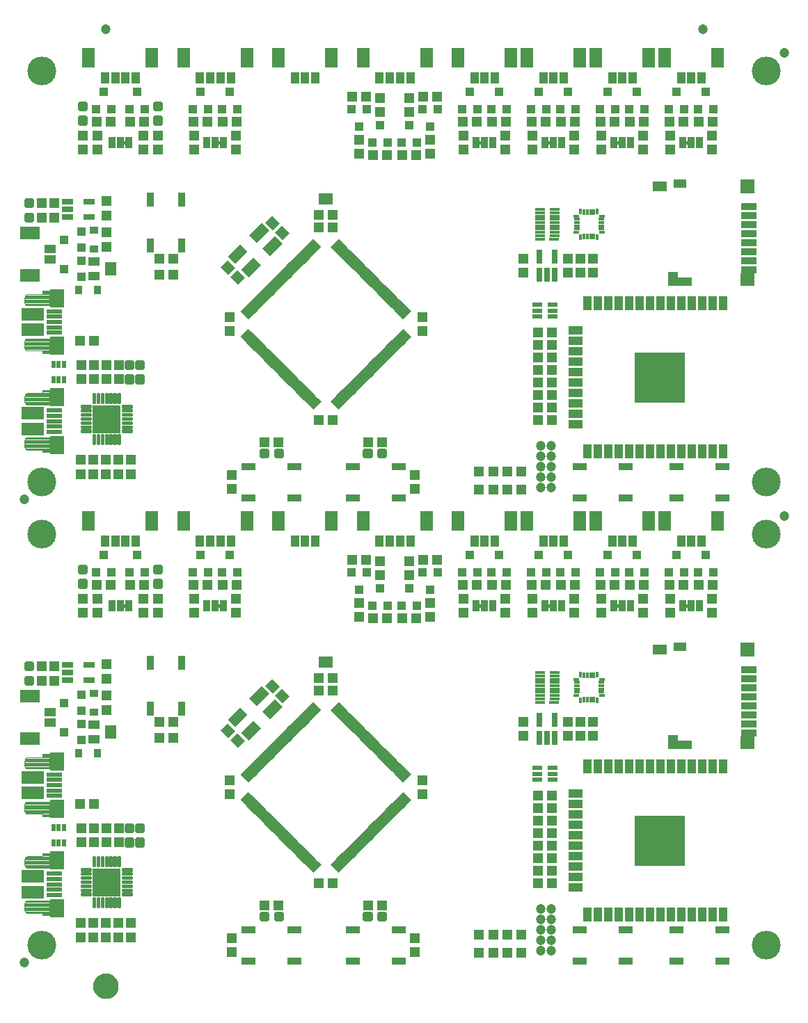
<source format=gts>
G75*
%MOIN*%
%OFA0B0*%
%FSLAX25Y25*%
%IPPOS*%
%LPD*%
%AMOC8*
5,1,8,0,0,1.08239X$1,22.5*
%
%ADD10R,0.05131X0.04737*%
%ADD11R,0.07690X0.02375*%
%ADD12R,0.06548X0.08674*%
%ADD13R,0.10643X0.06410*%
%ADD14C,0.00400*%
%ADD15R,0.07690X0.03556*%
%ADD16R,0.06706X0.06706*%
%ADD17R,0.06706X0.05918*%
%ADD18R,0.06706X0.03950*%
%ADD19R,0.06312X0.03950*%
%ADD20R,0.04737X0.06509*%
%ADD21R,0.06902X0.04737*%
%ADD22R,0.01981X0.03398*%
%ADD23R,0.01981X0.05524*%
%ADD24R,0.04343X0.06706*%
%ADD25R,0.06706X0.04343*%
%ADD26R,0.24422X0.24422*%
%ADD27R,0.01784X0.02749*%
%ADD28R,0.01784X0.03162*%
%ADD29R,0.02749X0.01784*%
%ADD30R,0.03162X0.01784*%
%ADD31R,0.01783X0.00409*%
%ADD32R,0.00409X0.01783*%
%ADD33R,0.04737X0.05131*%
%ADD34R,0.03000X0.07000*%
%ADD35R,0.03950X0.04343*%
%ADD36R,0.03300X0.05800*%
%ADD37C,0.00500*%
%ADD38R,0.03950X0.05524*%
%ADD39R,0.05918X0.09265*%
%ADD40R,0.05524X0.02965*%
%ADD41C,0.04737*%
%ADD42R,0.03800X0.06800*%
%ADD43R,0.06800X0.03800*%
%ADD44C,0.01990*%
%ADD45R,0.05524X0.03950*%
%ADD46R,0.09265X0.05918*%
%ADD47R,0.04343X0.03950*%
%ADD48R,0.05800X0.03300*%
%ADD49R,0.03280X0.04068*%
%ADD50R,0.04068X0.03280*%
%ADD51R,0.04737X0.01981*%
%ADD52R,0.04737X0.02178*%
%ADD53R,0.05131X0.01587*%
%ADD54R,0.04737X0.01587*%
%ADD55C,0.01285*%
%ADD56R,0.13595X0.13595*%
%ADD57R,0.08280X0.05131*%
%ADD58C,0.13800*%
%ADD59C,0.05000*%
%ADD60C,0.06706*%
D10*
X0073404Y0107500D03*
X0080096Y0107500D03*
X0111404Y0139250D03*
X0118096Y0139250D03*
X0118096Y0146750D03*
X0111404Y0146750D03*
G36*
X0144525Y0139311D02*
X0140898Y0142938D01*
X0144247Y0146287D01*
X0147874Y0142660D01*
X0144525Y0139311D01*
G37*
G36*
X0149258Y0134578D02*
X0145631Y0138205D01*
X0148980Y0141554D01*
X0152607Y0137927D01*
X0149258Y0134578D01*
G37*
G36*
X0170193Y0162767D02*
X0173820Y0159140D01*
X0170471Y0155791D01*
X0166844Y0159418D01*
X0170193Y0162767D01*
G37*
G36*
X0165460Y0167500D02*
X0169087Y0163873D01*
X0165738Y0160524D01*
X0162111Y0164151D01*
X0165460Y0167500D01*
G37*
X0187904Y0168000D03*
X0187904Y0161800D03*
X0194596Y0161800D03*
X0194596Y0168000D03*
X0213904Y0196500D03*
X0220596Y0196500D03*
X0227904Y0196500D03*
X0234596Y0196500D03*
X0256904Y0212500D03*
X0263596Y0212500D03*
X0270904Y0212500D03*
X0277596Y0212500D03*
X0289904Y0212500D03*
X0296596Y0212500D03*
X0303904Y0212500D03*
X0310596Y0212500D03*
X0322904Y0212500D03*
X0329596Y0212500D03*
X0336904Y0212500D03*
X0343596Y0212500D03*
X0355904Y0212500D03*
X0362596Y0212500D03*
X0369904Y0212500D03*
X0376596Y0212500D03*
X0299596Y0291500D03*
X0299596Y0297500D03*
X0299596Y0303500D03*
X0292904Y0303500D03*
X0292904Y0297500D03*
X0292904Y0291500D03*
X0292904Y0309500D03*
X0292904Y0315500D03*
X0292904Y0321500D03*
X0292904Y0327500D03*
X0292904Y0333500D03*
X0299596Y0333500D03*
X0299596Y0327500D03*
X0299596Y0321500D03*
X0299596Y0315500D03*
X0299596Y0309500D03*
X0284846Y0266750D03*
X0278154Y0266750D03*
X0271346Y0266750D03*
X0264654Y0266750D03*
X0264654Y0258250D03*
X0271346Y0258250D03*
X0278154Y0258250D03*
X0284846Y0258250D03*
X0244596Y0224500D03*
X0237904Y0224500D03*
X0210596Y0224500D03*
X0203904Y0224500D03*
X0148596Y0212500D03*
X0141904Y0212500D03*
X0134596Y0212500D03*
X0127904Y0212500D03*
X0104096Y0212500D03*
X0097404Y0212500D03*
X0088096Y0212500D03*
X0081404Y0212500D03*
X0161904Y0281000D03*
X0168596Y0281000D03*
X0187904Y0291500D03*
X0194596Y0291500D03*
X0211404Y0281000D03*
X0218096Y0281000D03*
G36*
X0149258Y0356578D02*
X0145631Y0360205D01*
X0148980Y0363554D01*
X0152607Y0359927D01*
X0149258Y0356578D01*
G37*
G36*
X0144525Y0361311D02*
X0140898Y0364938D01*
X0144247Y0368287D01*
X0147874Y0364660D01*
X0144525Y0361311D01*
G37*
X0118096Y0361250D03*
X0118096Y0368750D03*
X0111404Y0368750D03*
X0111404Y0361250D03*
X0080096Y0329500D03*
X0073404Y0329500D03*
G36*
X0165460Y0389500D02*
X0169087Y0385873D01*
X0165738Y0382524D01*
X0162111Y0386151D01*
X0165460Y0389500D01*
G37*
G36*
X0170193Y0384767D02*
X0173820Y0381140D01*
X0170471Y0377791D01*
X0166844Y0381418D01*
X0170193Y0384767D01*
G37*
X0187904Y0383800D03*
X0194596Y0383800D03*
X0194596Y0390000D03*
X0187904Y0390000D03*
X0213904Y0418500D03*
X0220596Y0418500D03*
X0227904Y0418500D03*
X0234596Y0418500D03*
X0256904Y0434500D03*
X0263596Y0434500D03*
X0270904Y0434500D03*
X0277596Y0434500D03*
X0289904Y0434500D03*
X0296596Y0434500D03*
X0303904Y0434500D03*
X0310596Y0434500D03*
X0322904Y0434500D03*
X0329596Y0434500D03*
X0336904Y0434500D03*
X0343596Y0434500D03*
X0355904Y0434500D03*
X0362596Y0434500D03*
X0369904Y0434500D03*
X0376596Y0434500D03*
X0244596Y0446500D03*
X0237904Y0446500D03*
X0210596Y0446500D03*
X0203904Y0446500D03*
X0148596Y0434500D03*
X0141904Y0434500D03*
X0134596Y0434500D03*
X0127904Y0434500D03*
X0104096Y0434500D03*
X0097404Y0434500D03*
X0088096Y0434500D03*
X0081404Y0434500D03*
X0292904Y0111500D03*
X0292904Y0105500D03*
X0299596Y0105500D03*
X0299596Y0111500D03*
X0299596Y0099500D03*
X0299596Y0093500D03*
X0299596Y0087500D03*
X0299596Y0081500D03*
X0299596Y0075500D03*
X0292904Y0075500D03*
X0292904Y0081500D03*
X0292904Y0087500D03*
X0292904Y0093500D03*
X0292904Y0099500D03*
X0292904Y0069500D03*
X0299596Y0069500D03*
X0284846Y0044750D03*
X0278154Y0044750D03*
X0271346Y0044750D03*
X0271346Y0036250D03*
X0278154Y0036250D03*
X0284846Y0036250D03*
X0264654Y0036250D03*
X0264654Y0044750D03*
X0218096Y0059000D03*
X0211404Y0059000D03*
X0194596Y0069500D03*
X0187904Y0069500D03*
X0168596Y0059000D03*
X0161904Y0059000D03*
D11*
X0061250Y0063882D03*
X0061250Y0066441D03*
X0061250Y0069000D03*
X0061250Y0071559D03*
X0061250Y0074118D03*
X0061250Y0111382D03*
X0061250Y0113941D03*
X0061250Y0116500D03*
X0061250Y0119059D03*
X0061250Y0121618D03*
X0061250Y0285882D03*
X0061250Y0288441D03*
X0061250Y0291000D03*
X0061250Y0293559D03*
X0061250Y0296118D03*
X0061250Y0333382D03*
X0061250Y0335941D03*
X0061250Y0338500D03*
X0061250Y0341059D03*
X0061250Y0343618D03*
D12*
X0062333Y0349917D03*
X0062333Y0327083D03*
X0062333Y0302417D03*
X0062333Y0279583D03*
X0062333Y0127917D03*
X0062333Y0105083D03*
X0062333Y0080417D03*
X0062333Y0057583D03*
D13*
X0050719Y0065211D03*
X0050719Y0072789D03*
X0050719Y0112711D03*
X0050719Y0120289D03*
X0050719Y0287211D03*
X0050719Y0294789D03*
X0050719Y0334711D03*
X0050719Y0342289D03*
D14*
X0048553Y0346374D02*
X0048242Y0346365D01*
X0047936Y0346425D01*
X0047651Y0346552D01*
X0047402Y0346739D01*
X0047200Y0346977D01*
X0047057Y0347253D01*
X0046978Y0347555D01*
X0046978Y0350311D01*
X0047018Y0350661D01*
X0047134Y0350994D01*
X0047322Y0351293D01*
X0047571Y0351542D01*
X0047870Y0351730D01*
X0048203Y0351846D01*
X0048553Y0351886D01*
X0055640Y0351886D01*
X0055640Y0353461D01*
X0058789Y0353461D01*
X0058789Y0346374D01*
X0048553Y0346374D01*
X0047741Y0346512D02*
X0058789Y0346512D01*
X0058789Y0346911D02*
X0047256Y0346911D01*
X0047042Y0347309D02*
X0058789Y0347309D01*
X0058789Y0347708D02*
X0046978Y0347708D01*
X0046978Y0348106D02*
X0058789Y0348106D01*
X0058789Y0348505D02*
X0046978Y0348505D01*
X0046978Y0348903D02*
X0058789Y0348903D01*
X0058789Y0349302D02*
X0046978Y0349302D01*
X0046978Y0349700D02*
X0058789Y0349700D01*
X0058789Y0350099D02*
X0046978Y0350099D01*
X0046999Y0350497D02*
X0058789Y0350497D01*
X0058789Y0350896D02*
X0047100Y0350896D01*
X0047323Y0351294D02*
X0058789Y0351294D01*
X0058789Y0351693D02*
X0047811Y0351693D01*
X0055640Y0352091D02*
X0058789Y0352091D01*
X0058789Y0352490D02*
X0055640Y0352490D01*
X0055640Y0352888D02*
X0058789Y0352888D01*
X0058789Y0353287D02*
X0055640Y0353287D01*
X0058789Y0330626D02*
X0048159Y0330626D01*
X0047897Y0330596D01*
X0047647Y0330509D01*
X0047423Y0330368D01*
X0047236Y0330181D01*
X0047095Y0329957D01*
X0047008Y0329708D01*
X0046978Y0329445D01*
X0046978Y0326295D01*
X0046969Y0325984D01*
X0047029Y0325678D01*
X0047156Y0325393D01*
X0047343Y0325144D01*
X0047581Y0324942D01*
X0047858Y0324799D01*
X0048159Y0324720D01*
X0055640Y0324720D01*
X0055640Y0323539D01*
X0058789Y0323539D01*
X0058789Y0330626D01*
X0058789Y0330572D02*
X0047826Y0330572D01*
X0047231Y0330173D02*
X0058789Y0330173D01*
X0058789Y0329775D02*
X0047031Y0329775D01*
X0046978Y0329376D02*
X0058789Y0329376D01*
X0058789Y0328978D02*
X0046978Y0328978D01*
X0046978Y0328579D02*
X0058789Y0328579D01*
X0058789Y0328181D02*
X0046978Y0328181D01*
X0046978Y0327782D02*
X0058789Y0327782D01*
X0058789Y0327383D02*
X0046978Y0327383D01*
X0046978Y0326985D02*
X0058789Y0326985D01*
X0058789Y0326586D02*
X0046978Y0326586D01*
X0046975Y0326188D02*
X0058789Y0326188D01*
X0058789Y0325789D02*
X0047007Y0325789D01*
X0047158Y0325391D02*
X0058789Y0325391D01*
X0058789Y0324992D02*
X0047522Y0324992D01*
X0055640Y0324594D02*
X0058789Y0324594D01*
X0058789Y0324195D02*
X0055640Y0324195D01*
X0055640Y0323797D02*
X0058789Y0323797D01*
X0058789Y0305961D02*
X0055640Y0305961D01*
X0055640Y0304386D01*
X0048553Y0304386D01*
X0048203Y0304346D01*
X0047870Y0304230D01*
X0047571Y0304042D01*
X0047322Y0303793D01*
X0047134Y0303494D01*
X0047018Y0303161D01*
X0046978Y0302811D01*
X0046978Y0300055D01*
X0047057Y0299753D01*
X0047200Y0299477D01*
X0047402Y0299239D01*
X0047651Y0299052D01*
X0047936Y0298925D01*
X0048242Y0298865D01*
X0048553Y0298874D01*
X0058789Y0298874D01*
X0058789Y0305961D01*
X0058789Y0305864D02*
X0055640Y0305864D01*
X0055640Y0305465D02*
X0058789Y0305465D01*
X0058789Y0305067D02*
X0055640Y0305067D01*
X0055640Y0304668D02*
X0058789Y0304668D01*
X0058789Y0304270D02*
X0047984Y0304270D01*
X0047400Y0303871D02*
X0058789Y0303871D01*
X0058789Y0303473D02*
X0047127Y0303473D01*
X0047008Y0303074D02*
X0058789Y0303074D01*
X0058789Y0302676D02*
X0046978Y0302676D01*
X0046978Y0302277D02*
X0058789Y0302277D01*
X0058789Y0301879D02*
X0046978Y0301879D01*
X0046978Y0301480D02*
X0058789Y0301480D01*
X0058789Y0301082D02*
X0046978Y0301082D01*
X0046978Y0300683D02*
X0058789Y0300683D01*
X0058789Y0300285D02*
X0046978Y0300285D01*
X0047022Y0299886D02*
X0058789Y0299886D01*
X0058789Y0299488D02*
X0047195Y0299488D01*
X0047601Y0299089D02*
X0058789Y0299089D01*
X0058789Y0283126D02*
X0048159Y0283126D01*
X0047897Y0283096D01*
X0047647Y0283009D01*
X0047423Y0282868D01*
X0047236Y0282681D01*
X0047095Y0282457D01*
X0047008Y0282208D01*
X0046978Y0281945D01*
X0046978Y0278795D01*
X0046969Y0278484D01*
X0047029Y0278178D01*
X0047156Y0277893D01*
X0047343Y0277644D01*
X0047581Y0277442D01*
X0047858Y0277299D01*
X0048159Y0277220D01*
X0055640Y0277220D01*
X0055640Y0276039D01*
X0058789Y0276039D01*
X0058789Y0283126D01*
X0058789Y0282750D02*
X0047305Y0282750D01*
X0047058Y0282352D02*
X0058789Y0282352D01*
X0058789Y0281953D02*
X0046979Y0281953D01*
X0046978Y0281555D02*
X0058789Y0281555D01*
X0058789Y0281156D02*
X0046978Y0281156D01*
X0046978Y0280758D02*
X0058789Y0280758D01*
X0058789Y0280359D02*
X0046978Y0280359D01*
X0046978Y0279961D02*
X0058789Y0279961D01*
X0058789Y0279562D02*
X0046978Y0279562D01*
X0046978Y0279164D02*
X0058789Y0279164D01*
X0058789Y0278765D02*
X0046977Y0278765D01*
X0046992Y0278367D02*
X0058789Y0278367D01*
X0058789Y0277968D02*
X0047123Y0277968D01*
X0047431Y0277570D02*
X0058789Y0277570D01*
X0058789Y0277171D02*
X0055640Y0277171D01*
X0055640Y0276773D02*
X0058789Y0276773D01*
X0058789Y0276374D02*
X0055640Y0276374D01*
X0055640Y0131461D02*
X0058789Y0131461D01*
X0058789Y0124374D01*
X0048553Y0124374D01*
X0048242Y0124365D01*
X0047936Y0124425D01*
X0047651Y0124552D01*
X0047402Y0124739D01*
X0047200Y0124977D01*
X0047057Y0125253D01*
X0046978Y0125555D01*
X0046978Y0128311D01*
X0047018Y0128661D01*
X0047134Y0128994D01*
X0047322Y0129293D01*
X0047571Y0129542D01*
X0047870Y0129730D01*
X0048203Y0129846D01*
X0048553Y0129886D01*
X0055640Y0129886D01*
X0055640Y0131461D01*
X0055640Y0131316D02*
X0058789Y0131316D01*
X0058789Y0130917D02*
X0055640Y0130917D01*
X0055640Y0130519D02*
X0058789Y0130519D01*
X0058789Y0130120D02*
X0055640Y0130120D01*
X0058789Y0129722D02*
X0047857Y0129722D01*
X0047352Y0129323D02*
X0058789Y0129323D01*
X0058789Y0128925D02*
X0047110Y0128925D01*
X0047003Y0128526D02*
X0058789Y0128526D01*
X0058789Y0128128D02*
X0046978Y0128128D01*
X0046978Y0127729D02*
X0058789Y0127729D01*
X0058789Y0127331D02*
X0046978Y0127331D01*
X0046978Y0126932D02*
X0058789Y0126932D01*
X0058789Y0126534D02*
X0046978Y0126534D01*
X0046978Y0126135D02*
X0058789Y0126135D01*
X0058789Y0125737D02*
X0046978Y0125737D01*
X0047035Y0125338D02*
X0058789Y0125338D01*
X0058789Y0124940D02*
X0047232Y0124940D01*
X0047675Y0124541D02*
X0058789Y0124541D01*
X0058789Y0108626D02*
X0048159Y0108626D01*
X0047897Y0108596D01*
X0047647Y0108509D01*
X0047423Y0108368D01*
X0047236Y0108181D01*
X0047095Y0107957D01*
X0047008Y0107708D01*
X0046978Y0107445D01*
X0046978Y0104295D01*
X0046969Y0103984D01*
X0047029Y0103678D01*
X0047156Y0103393D01*
X0047343Y0103144D01*
X0047581Y0102942D01*
X0047858Y0102799D01*
X0048159Y0102720D01*
X0055640Y0102720D01*
X0055640Y0101539D01*
X0058789Y0101539D01*
X0058789Y0108626D01*
X0058789Y0108601D02*
X0047936Y0108601D01*
X0047257Y0108202D02*
X0058789Y0108202D01*
X0058789Y0107804D02*
X0047042Y0107804D01*
X0046978Y0107405D02*
X0058789Y0107405D01*
X0058789Y0107007D02*
X0046978Y0107007D01*
X0046978Y0106608D02*
X0058789Y0106608D01*
X0058789Y0106210D02*
X0046978Y0106210D01*
X0046978Y0105811D02*
X0058789Y0105811D01*
X0058789Y0105413D02*
X0046978Y0105413D01*
X0046978Y0105014D02*
X0058789Y0105014D01*
X0058789Y0104616D02*
X0046978Y0104616D01*
X0046976Y0104217D02*
X0058789Y0104217D01*
X0058789Y0103819D02*
X0047002Y0103819D01*
X0047144Y0103420D02*
X0058789Y0103420D01*
X0058789Y0103022D02*
X0047488Y0103022D01*
X0055640Y0102623D02*
X0058789Y0102623D01*
X0058789Y0102225D02*
X0055640Y0102225D01*
X0055640Y0101826D02*
X0058789Y0101826D01*
X0058789Y0083961D02*
X0055640Y0083961D01*
X0055640Y0082386D01*
X0048553Y0082386D01*
X0048203Y0082346D01*
X0047870Y0082230D01*
X0047571Y0082042D01*
X0047322Y0081793D01*
X0047134Y0081494D01*
X0047018Y0081161D01*
X0046978Y0080811D01*
X0046978Y0078055D01*
X0047057Y0077753D01*
X0047200Y0077477D01*
X0047402Y0077239D01*
X0047651Y0077052D01*
X0047936Y0076925D01*
X0048242Y0076865D01*
X0048553Y0076874D01*
X0058789Y0076874D01*
X0058789Y0083961D01*
X0058789Y0083893D02*
X0055640Y0083893D01*
X0055640Y0083495D02*
X0058789Y0083495D01*
X0058789Y0083096D02*
X0055640Y0083096D01*
X0055640Y0082698D02*
X0058789Y0082698D01*
X0058789Y0082299D02*
X0048067Y0082299D01*
X0047430Y0081901D02*
X0058789Y0081901D01*
X0058789Y0081502D02*
X0047139Y0081502D01*
X0047011Y0081103D02*
X0058789Y0081103D01*
X0058789Y0080705D02*
X0046978Y0080705D01*
X0046978Y0080306D02*
X0058789Y0080306D01*
X0058789Y0079908D02*
X0046978Y0079908D01*
X0046978Y0079509D02*
X0058789Y0079509D01*
X0058789Y0079111D02*
X0046978Y0079111D01*
X0046978Y0078712D02*
X0058789Y0078712D01*
X0058789Y0078314D02*
X0046978Y0078314D01*
X0047015Y0077915D02*
X0058789Y0077915D01*
X0058789Y0077517D02*
X0047179Y0077517D01*
X0047562Y0077118D02*
X0058789Y0077118D01*
X0058789Y0061126D02*
X0048159Y0061126D01*
X0047897Y0061096D01*
X0047647Y0061009D01*
X0047423Y0060868D01*
X0047236Y0060681D01*
X0047095Y0060457D01*
X0047008Y0060208D01*
X0046978Y0059945D01*
X0046978Y0056795D01*
X0046969Y0056484D01*
X0047029Y0056178D01*
X0047156Y0055893D01*
X0047343Y0055644D01*
X0047581Y0055442D01*
X0047858Y0055299D01*
X0048159Y0055220D01*
X0055640Y0055220D01*
X0055640Y0054039D01*
X0058789Y0054039D01*
X0058789Y0061126D01*
X0058789Y0060779D02*
X0047334Y0060779D01*
X0047069Y0060381D02*
X0058789Y0060381D01*
X0058789Y0059982D02*
X0046983Y0059982D01*
X0046978Y0059584D02*
X0058789Y0059584D01*
X0058789Y0059185D02*
X0046978Y0059185D01*
X0046978Y0058787D02*
X0058789Y0058787D01*
X0058789Y0058388D02*
X0046978Y0058388D01*
X0046978Y0057990D02*
X0058789Y0057990D01*
X0058789Y0057591D02*
X0046978Y0057591D01*
X0046978Y0057193D02*
X0058789Y0057193D01*
X0058789Y0056794D02*
X0046978Y0056794D01*
X0046986Y0056396D02*
X0058789Y0056396D01*
X0058789Y0055997D02*
X0047110Y0055997D01*
X0047396Y0055599D02*
X0058789Y0055599D01*
X0058789Y0055200D02*
X0055640Y0055200D01*
X0055640Y0054802D02*
X0058789Y0054802D01*
X0058789Y0054403D02*
X0055640Y0054403D01*
D15*
X0393695Y0141500D03*
X0393695Y0145831D03*
X0393695Y0150161D03*
X0393695Y0154492D03*
X0393695Y0158823D03*
X0393695Y0163154D03*
X0393695Y0167484D03*
X0393695Y0171815D03*
X0393695Y0363500D03*
X0393695Y0367831D03*
X0393695Y0372161D03*
X0393695Y0376492D03*
X0393695Y0380823D03*
X0393695Y0385154D03*
X0393695Y0389484D03*
X0393695Y0393815D03*
D16*
X0393203Y0403461D03*
X0393203Y0181461D03*
D17*
X0393203Y0136776D03*
X0393203Y0358776D03*
D18*
X0363281Y0357693D03*
X0363281Y0135693D03*
D19*
X0360722Y0182740D03*
X0360722Y0404740D03*
D20*
X0357376Y0359071D03*
X0357376Y0137071D03*
D21*
X0351175Y0181461D03*
X0351175Y0403461D03*
D22*
X0065809Y0318122D03*
X0063250Y0318122D03*
X0060691Y0318122D03*
X0060691Y0310878D03*
X0063250Y0310878D03*
X0065809Y0310878D03*
X0065809Y0096122D03*
X0063250Y0096122D03*
X0060691Y0096122D03*
X0060691Y0088878D03*
X0063250Y0088878D03*
X0065809Y0088878D03*
D23*
G36*
X0151720Y0108025D02*
X0150319Y0109426D01*
X0154224Y0113331D01*
X0155625Y0111930D01*
X0151720Y0108025D01*
G37*
G36*
X0153112Y0106633D02*
X0151711Y0108034D01*
X0155616Y0111939D01*
X0157017Y0110538D01*
X0153112Y0106633D01*
G37*
G36*
X0154503Y0105241D02*
X0153102Y0106642D01*
X0157007Y0110547D01*
X0158408Y0109146D01*
X0154503Y0105241D01*
G37*
G36*
X0155895Y0103849D02*
X0154494Y0105250D01*
X0158399Y0109155D01*
X0159800Y0107754D01*
X0155895Y0103849D01*
G37*
G36*
X0157287Y0102457D02*
X0155886Y0103858D01*
X0159791Y0107763D01*
X0161192Y0106362D01*
X0157287Y0102457D01*
G37*
G36*
X0158679Y0101065D02*
X0157278Y0102466D01*
X0161183Y0106371D01*
X0162584Y0104970D01*
X0158679Y0101065D01*
G37*
G36*
X0160071Y0099674D02*
X0158670Y0101075D01*
X0162575Y0104980D01*
X0163976Y0103579D01*
X0160071Y0099674D01*
G37*
G36*
X0161463Y0098282D02*
X0160062Y0099683D01*
X0163967Y0103588D01*
X0165368Y0102187D01*
X0161463Y0098282D01*
G37*
G36*
X0162855Y0096890D02*
X0161454Y0098291D01*
X0165359Y0102196D01*
X0166760Y0100795D01*
X0162855Y0096890D01*
G37*
G36*
X0164247Y0095498D02*
X0162846Y0096899D01*
X0166751Y0100804D01*
X0168152Y0099403D01*
X0164247Y0095498D01*
G37*
G36*
X0165639Y0094106D02*
X0164238Y0095507D01*
X0168143Y0099412D01*
X0169544Y0098011D01*
X0165639Y0094106D01*
G37*
G36*
X0167031Y0092714D02*
X0165630Y0094115D01*
X0169535Y0098020D01*
X0170936Y0096619D01*
X0167031Y0092714D01*
G37*
G36*
X0168423Y0091322D02*
X0167022Y0092723D01*
X0170927Y0096628D01*
X0172328Y0095227D01*
X0168423Y0091322D01*
G37*
G36*
X0169815Y0089930D02*
X0168414Y0091331D01*
X0172319Y0095236D01*
X0173720Y0093835D01*
X0169815Y0089930D01*
G37*
G36*
X0171207Y0088538D02*
X0169806Y0089939D01*
X0173711Y0093844D01*
X0175112Y0092443D01*
X0171207Y0088538D01*
G37*
G36*
X0172599Y0087146D02*
X0171198Y0088547D01*
X0175103Y0092452D01*
X0176504Y0091051D01*
X0172599Y0087146D01*
G37*
G36*
X0173991Y0085754D02*
X0172590Y0087155D01*
X0176495Y0091060D01*
X0177896Y0089659D01*
X0173991Y0085754D01*
G37*
G36*
X0175383Y0084362D02*
X0173982Y0085763D01*
X0177887Y0089668D01*
X0179288Y0088267D01*
X0175383Y0084362D01*
G37*
G36*
X0176775Y0082970D02*
X0175374Y0084371D01*
X0179279Y0088276D01*
X0180680Y0086875D01*
X0176775Y0082970D01*
G37*
G36*
X0178166Y0081578D02*
X0176765Y0082979D01*
X0180670Y0086884D01*
X0182071Y0085483D01*
X0178166Y0081578D01*
G37*
G36*
X0179558Y0080186D02*
X0178157Y0081587D01*
X0182062Y0085492D01*
X0183463Y0084091D01*
X0179558Y0080186D01*
G37*
G36*
X0180950Y0078794D02*
X0179549Y0080195D01*
X0183454Y0084100D01*
X0184855Y0082699D01*
X0180950Y0078794D01*
G37*
G36*
X0182342Y0077402D02*
X0180941Y0078803D01*
X0184846Y0082708D01*
X0186247Y0081307D01*
X0182342Y0077402D01*
G37*
G36*
X0183734Y0076011D02*
X0182333Y0077412D01*
X0186238Y0081317D01*
X0187639Y0079916D01*
X0183734Y0076011D01*
G37*
G36*
X0185126Y0074619D02*
X0183725Y0076020D01*
X0187630Y0079925D01*
X0189031Y0078524D01*
X0185126Y0074619D01*
G37*
G36*
X0198775Y0076020D02*
X0197374Y0074619D01*
X0193469Y0078524D01*
X0194870Y0079925D01*
X0198775Y0076020D01*
G37*
G36*
X0200167Y0077412D02*
X0198766Y0076011D01*
X0194861Y0079916D01*
X0196262Y0081317D01*
X0200167Y0077412D01*
G37*
G36*
X0201559Y0078803D02*
X0200158Y0077402D01*
X0196253Y0081307D01*
X0197654Y0082708D01*
X0201559Y0078803D01*
G37*
G36*
X0202951Y0080195D02*
X0201550Y0078794D01*
X0197645Y0082699D01*
X0199046Y0084100D01*
X0202951Y0080195D01*
G37*
G36*
X0204343Y0081587D02*
X0202942Y0080186D01*
X0199037Y0084091D01*
X0200438Y0085492D01*
X0204343Y0081587D01*
G37*
G36*
X0205735Y0082979D02*
X0204334Y0081578D01*
X0200429Y0085483D01*
X0201830Y0086884D01*
X0205735Y0082979D01*
G37*
G36*
X0207126Y0084371D02*
X0205725Y0082970D01*
X0201820Y0086875D01*
X0203221Y0088276D01*
X0207126Y0084371D01*
G37*
G36*
X0208518Y0085763D02*
X0207117Y0084362D01*
X0203212Y0088267D01*
X0204613Y0089668D01*
X0208518Y0085763D01*
G37*
G36*
X0209910Y0087155D02*
X0208509Y0085754D01*
X0204604Y0089659D01*
X0206005Y0091060D01*
X0209910Y0087155D01*
G37*
G36*
X0211302Y0088547D02*
X0209901Y0087146D01*
X0205996Y0091051D01*
X0207397Y0092452D01*
X0211302Y0088547D01*
G37*
G36*
X0212694Y0089939D02*
X0211293Y0088538D01*
X0207388Y0092443D01*
X0208789Y0093844D01*
X0212694Y0089939D01*
G37*
G36*
X0214086Y0091331D02*
X0212685Y0089930D01*
X0208780Y0093835D01*
X0210181Y0095236D01*
X0214086Y0091331D01*
G37*
G36*
X0215478Y0092723D02*
X0214077Y0091322D01*
X0210172Y0095227D01*
X0211573Y0096628D01*
X0215478Y0092723D01*
G37*
G36*
X0216870Y0094115D02*
X0215469Y0092714D01*
X0211564Y0096619D01*
X0212965Y0098020D01*
X0216870Y0094115D01*
G37*
G36*
X0218262Y0095507D02*
X0216861Y0094106D01*
X0212956Y0098011D01*
X0214357Y0099412D01*
X0218262Y0095507D01*
G37*
G36*
X0219654Y0096899D02*
X0218253Y0095498D01*
X0214348Y0099403D01*
X0215749Y0100804D01*
X0219654Y0096899D01*
G37*
G36*
X0221046Y0098291D02*
X0219645Y0096890D01*
X0215740Y0100795D01*
X0217141Y0102196D01*
X0221046Y0098291D01*
G37*
G36*
X0222438Y0099683D02*
X0221037Y0098282D01*
X0217132Y0102187D01*
X0218533Y0103588D01*
X0222438Y0099683D01*
G37*
G36*
X0223830Y0101075D02*
X0222429Y0099674D01*
X0218524Y0103579D01*
X0219925Y0104980D01*
X0223830Y0101075D01*
G37*
G36*
X0225222Y0102466D02*
X0223821Y0101065D01*
X0219916Y0104970D01*
X0221317Y0106371D01*
X0225222Y0102466D01*
G37*
G36*
X0226614Y0103858D02*
X0225213Y0102457D01*
X0221308Y0106362D01*
X0222709Y0107763D01*
X0226614Y0103858D01*
G37*
G36*
X0228006Y0105250D02*
X0226605Y0103849D01*
X0222700Y0107754D01*
X0224101Y0109155D01*
X0228006Y0105250D01*
G37*
G36*
X0229398Y0106642D02*
X0227997Y0105241D01*
X0224092Y0109146D01*
X0225493Y0110547D01*
X0229398Y0106642D01*
G37*
G36*
X0230789Y0108034D02*
X0229388Y0106633D01*
X0225483Y0110538D01*
X0226884Y0111939D01*
X0230789Y0108034D01*
G37*
G36*
X0232181Y0109426D02*
X0230780Y0108025D01*
X0226875Y0111930D01*
X0228276Y0113331D01*
X0232181Y0109426D01*
G37*
G36*
X0230780Y0123075D02*
X0232181Y0121674D01*
X0228276Y0117769D01*
X0226875Y0119170D01*
X0230780Y0123075D01*
G37*
G36*
X0229388Y0124467D02*
X0230789Y0123066D01*
X0226884Y0119161D01*
X0225483Y0120562D01*
X0229388Y0124467D01*
G37*
G36*
X0227997Y0125859D02*
X0229398Y0124458D01*
X0225493Y0120553D01*
X0224092Y0121954D01*
X0227997Y0125859D01*
G37*
G36*
X0226605Y0127251D02*
X0228006Y0125850D01*
X0224101Y0121945D01*
X0222700Y0123346D01*
X0226605Y0127251D01*
G37*
G36*
X0225213Y0128643D02*
X0226614Y0127242D01*
X0222709Y0123337D01*
X0221308Y0124738D01*
X0225213Y0128643D01*
G37*
G36*
X0223821Y0130035D02*
X0225222Y0128634D01*
X0221317Y0124729D01*
X0219916Y0126130D01*
X0223821Y0130035D01*
G37*
G36*
X0222429Y0131426D02*
X0223830Y0130025D01*
X0219925Y0126120D01*
X0218524Y0127521D01*
X0222429Y0131426D01*
G37*
G36*
X0221037Y0132818D02*
X0222438Y0131417D01*
X0218533Y0127512D01*
X0217132Y0128913D01*
X0221037Y0132818D01*
G37*
G36*
X0219645Y0134210D02*
X0221046Y0132809D01*
X0217141Y0128904D01*
X0215740Y0130305D01*
X0219645Y0134210D01*
G37*
G36*
X0218253Y0135602D02*
X0219654Y0134201D01*
X0215749Y0130296D01*
X0214348Y0131697D01*
X0218253Y0135602D01*
G37*
G36*
X0216861Y0136994D02*
X0218262Y0135593D01*
X0214357Y0131688D01*
X0212956Y0133089D01*
X0216861Y0136994D01*
G37*
G36*
X0215469Y0138386D02*
X0216870Y0136985D01*
X0212965Y0133080D01*
X0211564Y0134481D01*
X0215469Y0138386D01*
G37*
G36*
X0214077Y0139778D02*
X0215478Y0138377D01*
X0211573Y0134472D01*
X0210172Y0135873D01*
X0214077Y0139778D01*
G37*
G36*
X0212685Y0141170D02*
X0214086Y0139769D01*
X0210181Y0135864D01*
X0208780Y0137265D01*
X0212685Y0141170D01*
G37*
G36*
X0211293Y0142562D02*
X0212694Y0141161D01*
X0208789Y0137256D01*
X0207388Y0138657D01*
X0211293Y0142562D01*
G37*
G36*
X0209901Y0143954D02*
X0211302Y0142553D01*
X0207397Y0138648D01*
X0205996Y0140049D01*
X0209901Y0143954D01*
G37*
G36*
X0208509Y0145346D02*
X0209910Y0143945D01*
X0206005Y0140040D01*
X0204604Y0141441D01*
X0208509Y0145346D01*
G37*
G36*
X0207117Y0146738D02*
X0208518Y0145337D01*
X0204613Y0141432D01*
X0203212Y0142833D01*
X0207117Y0146738D01*
G37*
G36*
X0205725Y0148130D02*
X0207126Y0146729D01*
X0203221Y0142824D01*
X0201820Y0144225D01*
X0205725Y0148130D01*
G37*
G36*
X0204334Y0149522D02*
X0205735Y0148121D01*
X0201830Y0144216D01*
X0200429Y0145617D01*
X0204334Y0149522D01*
G37*
G36*
X0202942Y0150914D02*
X0204343Y0149513D01*
X0200438Y0145608D01*
X0199037Y0147009D01*
X0202942Y0150914D01*
G37*
G36*
X0201550Y0152306D02*
X0202951Y0150905D01*
X0199046Y0147000D01*
X0197645Y0148401D01*
X0201550Y0152306D01*
G37*
G36*
X0200158Y0153698D02*
X0201559Y0152297D01*
X0197654Y0148392D01*
X0196253Y0149793D01*
X0200158Y0153698D01*
G37*
G36*
X0198766Y0155089D02*
X0200167Y0153688D01*
X0196262Y0149783D01*
X0194861Y0151184D01*
X0198766Y0155089D01*
G37*
G36*
X0197374Y0156481D02*
X0198775Y0155080D01*
X0194870Y0151175D01*
X0193469Y0152576D01*
X0197374Y0156481D01*
G37*
G36*
X0183725Y0155080D02*
X0185126Y0156481D01*
X0189031Y0152576D01*
X0187630Y0151175D01*
X0183725Y0155080D01*
G37*
G36*
X0182333Y0153688D02*
X0183734Y0155089D01*
X0187639Y0151184D01*
X0186238Y0149783D01*
X0182333Y0153688D01*
G37*
G36*
X0180941Y0152297D02*
X0182342Y0153698D01*
X0186247Y0149793D01*
X0184846Y0148392D01*
X0180941Y0152297D01*
G37*
G36*
X0179549Y0150905D02*
X0180950Y0152306D01*
X0184855Y0148401D01*
X0183454Y0147000D01*
X0179549Y0150905D01*
G37*
G36*
X0178157Y0149513D02*
X0179558Y0150914D01*
X0183463Y0147009D01*
X0182062Y0145608D01*
X0178157Y0149513D01*
G37*
G36*
X0176765Y0148121D02*
X0178166Y0149522D01*
X0182071Y0145617D01*
X0180670Y0144216D01*
X0176765Y0148121D01*
G37*
G36*
X0175374Y0146729D02*
X0176775Y0148130D01*
X0180680Y0144225D01*
X0179279Y0142824D01*
X0175374Y0146729D01*
G37*
G36*
X0173982Y0145337D02*
X0175383Y0146738D01*
X0179288Y0142833D01*
X0177887Y0141432D01*
X0173982Y0145337D01*
G37*
G36*
X0172590Y0143945D02*
X0173991Y0145346D01*
X0177896Y0141441D01*
X0176495Y0140040D01*
X0172590Y0143945D01*
G37*
G36*
X0171198Y0142553D02*
X0172599Y0143954D01*
X0176504Y0140049D01*
X0175103Y0138648D01*
X0171198Y0142553D01*
G37*
G36*
X0169806Y0141161D02*
X0171207Y0142562D01*
X0175112Y0138657D01*
X0173711Y0137256D01*
X0169806Y0141161D01*
G37*
G36*
X0168414Y0139769D02*
X0169815Y0141170D01*
X0173720Y0137265D01*
X0172319Y0135864D01*
X0168414Y0139769D01*
G37*
G36*
X0167022Y0138377D02*
X0168423Y0139778D01*
X0172328Y0135873D01*
X0170927Y0134472D01*
X0167022Y0138377D01*
G37*
G36*
X0165630Y0136985D02*
X0167031Y0138386D01*
X0170936Y0134481D01*
X0169535Y0133080D01*
X0165630Y0136985D01*
G37*
G36*
X0164238Y0135593D02*
X0165639Y0136994D01*
X0169544Y0133089D01*
X0168143Y0131688D01*
X0164238Y0135593D01*
G37*
G36*
X0162846Y0134201D02*
X0164247Y0135602D01*
X0168152Y0131697D01*
X0166751Y0130296D01*
X0162846Y0134201D01*
G37*
G36*
X0161454Y0132809D02*
X0162855Y0134210D01*
X0166760Y0130305D01*
X0165359Y0128904D01*
X0161454Y0132809D01*
G37*
G36*
X0160062Y0131417D02*
X0161463Y0132818D01*
X0165368Y0128913D01*
X0163967Y0127512D01*
X0160062Y0131417D01*
G37*
G36*
X0158670Y0130025D02*
X0160071Y0131426D01*
X0163976Y0127521D01*
X0162575Y0126120D01*
X0158670Y0130025D01*
G37*
G36*
X0157278Y0128634D02*
X0158679Y0130035D01*
X0162584Y0126130D01*
X0161183Y0124729D01*
X0157278Y0128634D01*
G37*
G36*
X0155886Y0127242D02*
X0157287Y0128643D01*
X0161192Y0124738D01*
X0159791Y0123337D01*
X0155886Y0127242D01*
G37*
G36*
X0154494Y0125850D02*
X0155895Y0127251D01*
X0159800Y0123346D01*
X0158399Y0121945D01*
X0154494Y0125850D01*
G37*
G36*
X0153102Y0124458D02*
X0154503Y0125859D01*
X0158408Y0121954D01*
X0157007Y0120553D01*
X0153102Y0124458D01*
G37*
G36*
X0151711Y0123066D02*
X0153112Y0124467D01*
X0157017Y0120562D01*
X0155616Y0119161D01*
X0151711Y0123066D01*
G37*
G36*
X0150319Y0121674D02*
X0151720Y0123075D01*
X0155625Y0119170D01*
X0154224Y0117769D01*
X0150319Y0121674D01*
G37*
G36*
X0185126Y0296619D02*
X0183725Y0298020D01*
X0187630Y0301925D01*
X0189031Y0300524D01*
X0185126Y0296619D01*
G37*
G36*
X0183734Y0298011D02*
X0182333Y0299412D01*
X0186238Y0303317D01*
X0187639Y0301916D01*
X0183734Y0298011D01*
G37*
G36*
X0182342Y0299402D02*
X0180941Y0300803D01*
X0184846Y0304708D01*
X0186247Y0303307D01*
X0182342Y0299402D01*
G37*
G36*
X0180950Y0300794D02*
X0179549Y0302195D01*
X0183454Y0306100D01*
X0184855Y0304699D01*
X0180950Y0300794D01*
G37*
G36*
X0179558Y0302186D02*
X0178157Y0303587D01*
X0182062Y0307492D01*
X0183463Y0306091D01*
X0179558Y0302186D01*
G37*
G36*
X0178166Y0303578D02*
X0176765Y0304979D01*
X0180670Y0308884D01*
X0182071Y0307483D01*
X0178166Y0303578D01*
G37*
G36*
X0176775Y0304970D02*
X0175374Y0306371D01*
X0179279Y0310276D01*
X0180680Y0308875D01*
X0176775Y0304970D01*
G37*
G36*
X0175383Y0306362D02*
X0173982Y0307763D01*
X0177887Y0311668D01*
X0179288Y0310267D01*
X0175383Y0306362D01*
G37*
G36*
X0173991Y0307754D02*
X0172590Y0309155D01*
X0176495Y0313060D01*
X0177896Y0311659D01*
X0173991Y0307754D01*
G37*
G36*
X0172599Y0309146D02*
X0171198Y0310547D01*
X0175103Y0314452D01*
X0176504Y0313051D01*
X0172599Y0309146D01*
G37*
G36*
X0171207Y0310538D02*
X0169806Y0311939D01*
X0173711Y0315844D01*
X0175112Y0314443D01*
X0171207Y0310538D01*
G37*
G36*
X0169815Y0311930D02*
X0168414Y0313331D01*
X0172319Y0317236D01*
X0173720Y0315835D01*
X0169815Y0311930D01*
G37*
G36*
X0168423Y0313322D02*
X0167022Y0314723D01*
X0170927Y0318628D01*
X0172328Y0317227D01*
X0168423Y0313322D01*
G37*
G36*
X0167031Y0314714D02*
X0165630Y0316115D01*
X0169535Y0320020D01*
X0170936Y0318619D01*
X0167031Y0314714D01*
G37*
G36*
X0165639Y0316106D02*
X0164238Y0317507D01*
X0168143Y0321412D01*
X0169544Y0320011D01*
X0165639Y0316106D01*
G37*
G36*
X0164247Y0317498D02*
X0162846Y0318899D01*
X0166751Y0322804D01*
X0168152Y0321403D01*
X0164247Y0317498D01*
G37*
G36*
X0162855Y0318890D02*
X0161454Y0320291D01*
X0165359Y0324196D01*
X0166760Y0322795D01*
X0162855Y0318890D01*
G37*
G36*
X0161463Y0320282D02*
X0160062Y0321683D01*
X0163967Y0325588D01*
X0165368Y0324187D01*
X0161463Y0320282D01*
G37*
G36*
X0160071Y0321674D02*
X0158670Y0323075D01*
X0162575Y0326980D01*
X0163976Y0325579D01*
X0160071Y0321674D01*
G37*
G36*
X0158679Y0323065D02*
X0157278Y0324466D01*
X0161183Y0328371D01*
X0162584Y0326970D01*
X0158679Y0323065D01*
G37*
G36*
X0157287Y0324457D02*
X0155886Y0325858D01*
X0159791Y0329763D01*
X0161192Y0328362D01*
X0157287Y0324457D01*
G37*
G36*
X0155895Y0325849D02*
X0154494Y0327250D01*
X0158399Y0331155D01*
X0159800Y0329754D01*
X0155895Y0325849D01*
G37*
G36*
X0154503Y0327241D02*
X0153102Y0328642D01*
X0157007Y0332547D01*
X0158408Y0331146D01*
X0154503Y0327241D01*
G37*
G36*
X0153112Y0328633D02*
X0151711Y0330034D01*
X0155616Y0333939D01*
X0157017Y0332538D01*
X0153112Y0328633D01*
G37*
G36*
X0151720Y0330025D02*
X0150319Y0331426D01*
X0154224Y0335331D01*
X0155625Y0333930D01*
X0151720Y0330025D01*
G37*
G36*
X0150319Y0343674D02*
X0151720Y0345075D01*
X0155625Y0341170D01*
X0154224Y0339769D01*
X0150319Y0343674D01*
G37*
G36*
X0151711Y0345066D02*
X0153112Y0346467D01*
X0157017Y0342562D01*
X0155616Y0341161D01*
X0151711Y0345066D01*
G37*
G36*
X0153102Y0346458D02*
X0154503Y0347859D01*
X0158408Y0343954D01*
X0157007Y0342553D01*
X0153102Y0346458D01*
G37*
G36*
X0154494Y0347850D02*
X0155895Y0349251D01*
X0159800Y0345346D01*
X0158399Y0343945D01*
X0154494Y0347850D01*
G37*
G36*
X0155886Y0349242D02*
X0157287Y0350643D01*
X0161192Y0346738D01*
X0159791Y0345337D01*
X0155886Y0349242D01*
G37*
G36*
X0157278Y0350634D02*
X0158679Y0352035D01*
X0162584Y0348130D01*
X0161183Y0346729D01*
X0157278Y0350634D01*
G37*
G36*
X0158670Y0352025D02*
X0160071Y0353426D01*
X0163976Y0349521D01*
X0162575Y0348120D01*
X0158670Y0352025D01*
G37*
G36*
X0160062Y0353417D02*
X0161463Y0354818D01*
X0165368Y0350913D01*
X0163967Y0349512D01*
X0160062Y0353417D01*
G37*
G36*
X0161454Y0354809D02*
X0162855Y0356210D01*
X0166760Y0352305D01*
X0165359Y0350904D01*
X0161454Y0354809D01*
G37*
G36*
X0162846Y0356201D02*
X0164247Y0357602D01*
X0168152Y0353697D01*
X0166751Y0352296D01*
X0162846Y0356201D01*
G37*
G36*
X0164238Y0357593D02*
X0165639Y0358994D01*
X0169544Y0355089D01*
X0168143Y0353688D01*
X0164238Y0357593D01*
G37*
G36*
X0165630Y0358985D02*
X0167031Y0360386D01*
X0170936Y0356481D01*
X0169535Y0355080D01*
X0165630Y0358985D01*
G37*
G36*
X0167022Y0360377D02*
X0168423Y0361778D01*
X0172328Y0357873D01*
X0170927Y0356472D01*
X0167022Y0360377D01*
G37*
G36*
X0168414Y0361769D02*
X0169815Y0363170D01*
X0173720Y0359265D01*
X0172319Y0357864D01*
X0168414Y0361769D01*
G37*
G36*
X0169806Y0363161D02*
X0171207Y0364562D01*
X0175112Y0360657D01*
X0173711Y0359256D01*
X0169806Y0363161D01*
G37*
G36*
X0171198Y0364553D02*
X0172599Y0365954D01*
X0176504Y0362049D01*
X0175103Y0360648D01*
X0171198Y0364553D01*
G37*
G36*
X0172590Y0365945D02*
X0173991Y0367346D01*
X0177896Y0363441D01*
X0176495Y0362040D01*
X0172590Y0365945D01*
G37*
G36*
X0173982Y0367337D02*
X0175383Y0368738D01*
X0179288Y0364833D01*
X0177887Y0363432D01*
X0173982Y0367337D01*
G37*
G36*
X0175374Y0368729D02*
X0176775Y0370130D01*
X0180680Y0366225D01*
X0179279Y0364824D01*
X0175374Y0368729D01*
G37*
G36*
X0176765Y0370121D02*
X0178166Y0371522D01*
X0182071Y0367617D01*
X0180670Y0366216D01*
X0176765Y0370121D01*
G37*
G36*
X0178157Y0371513D02*
X0179558Y0372914D01*
X0183463Y0369009D01*
X0182062Y0367608D01*
X0178157Y0371513D01*
G37*
G36*
X0179549Y0372905D02*
X0180950Y0374306D01*
X0184855Y0370401D01*
X0183454Y0369000D01*
X0179549Y0372905D01*
G37*
G36*
X0180941Y0374297D02*
X0182342Y0375698D01*
X0186247Y0371793D01*
X0184846Y0370392D01*
X0180941Y0374297D01*
G37*
G36*
X0182333Y0375688D02*
X0183734Y0377089D01*
X0187639Y0373184D01*
X0186238Y0371783D01*
X0182333Y0375688D01*
G37*
G36*
X0183725Y0377080D02*
X0185126Y0378481D01*
X0189031Y0374576D01*
X0187630Y0373175D01*
X0183725Y0377080D01*
G37*
G36*
X0197374Y0378481D02*
X0198775Y0377080D01*
X0194870Y0373175D01*
X0193469Y0374576D01*
X0197374Y0378481D01*
G37*
G36*
X0198766Y0377089D02*
X0200167Y0375688D01*
X0196262Y0371783D01*
X0194861Y0373184D01*
X0198766Y0377089D01*
G37*
G36*
X0200158Y0375698D02*
X0201559Y0374297D01*
X0197654Y0370392D01*
X0196253Y0371793D01*
X0200158Y0375698D01*
G37*
G36*
X0201550Y0374306D02*
X0202951Y0372905D01*
X0199046Y0369000D01*
X0197645Y0370401D01*
X0201550Y0374306D01*
G37*
G36*
X0202942Y0372914D02*
X0204343Y0371513D01*
X0200438Y0367608D01*
X0199037Y0369009D01*
X0202942Y0372914D01*
G37*
G36*
X0204334Y0371522D02*
X0205735Y0370121D01*
X0201830Y0366216D01*
X0200429Y0367617D01*
X0204334Y0371522D01*
G37*
G36*
X0205725Y0370130D02*
X0207126Y0368729D01*
X0203221Y0364824D01*
X0201820Y0366225D01*
X0205725Y0370130D01*
G37*
G36*
X0207117Y0368738D02*
X0208518Y0367337D01*
X0204613Y0363432D01*
X0203212Y0364833D01*
X0207117Y0368738D01*
G37*
G36*
X0208509Y0367346D02*
X0209910Y0365945D01*
X0206005Y0362040D01*
X0204604Y0363441D01*
X0208509Y0367346D01*
G37*
G36*
X0209901Y0365954D02*
X0211302Y0364553D01*
X0207397Y0360648D01*
X0205996Y0362049D01*
X0209901Y0365954D01*
G37*
G36*
X0211293Y0364562D02*
X0212694Y0363161D01*
X0208789Y0359256D01*
X0207388Y0360657D01*
X0211293Y0364562D01*
G37*
G36*
X0212685Y0363170D02*
X0214086Y0361769D01*
X0210181Y0357864D01*
X0208780Y0359265D01*
X0212685Y0363170D01*
G37*
G36*
X0214077Y0361778D02*
X0215478Y0360377D01*
X0211573Y0356472D01*
X0210172Y0357873D01*
X0214077Y0361778D01*
G37*
G36*
X0215469Y0360386D02*
X0216870Y0358985D01*
X0212965Y0355080D01*
X0211564Y0356481D01*
X0215469Y0360386D01*
G37*
G36*
X0216861Y0358994D02*
X0218262Y0357593D01*
X0214357Y0353688D01*
X0212956Y0355089D01*
X0216861Y0358994D01*
G37*
G36*
X0218253Y0357602D02*
X0219654Y0356201D01*
X0215749Y0352296D01*
X0214348Y0353697D01*
X0218253Y0357602D01*
G37*
G36*
X0219645Y0356210D02*
X0221046Y0354809D01*
X0217141Y0350904D01*
X0215740Y0352305D01*
X0219645Y0356210D01*
G37*
G36*
X0221037Y0354818D02*
X0222438Y0353417D01*
X0218533Y0349512D01*
X0217132Y0350913D01*
X0221037Y0354818D01*
G37*
G36*
X0222429Y0353426D02*
X0223830Y0352025D01*
X0219925Y0348120D01*
X0218524Y0349521D01*
X0222429Y0353426D01*
G37*
G36*
X0223821Y0352035D02*
X0225222Y0350634D01*
X0221317Y0346729D01*
X0219916Y0348130D01*
X0223821Y0352035D01*
G37*
G36*
X0225213Y0350643D02*
X0226614Y0349242D01*
X0222709Y0345337D01*
X0221308Y0346738D01*
X0225213Y0350643D01*
G37*
G36*
X0226605Y0349251D02*
X0228006Y0347850D01*
X0224101Y0343945D01*
X0222700Y0345346D01*
X0226605Y0349251D01*
G37*
G36*
X0227997Y0347859D02*
X0229398Y0346458D01*
X0225493Y0342553D01*
X0224092Y0343954D01*
X0227997Y0347859D01*
G37*
G36*
X0229388Y0346467D02*
X0230789Y0345066D01*
X0226884Y0341161D01*
X0225483Y0342562D01*
X0229388Y0346467D01*
G37*
G36*
X0230780Y0345075D02*
X0232181Y0343674D01*
X0228276Y0339769D01*
X0226875Y0341170D01*
X0230780Y0345075D01*
G37*
G36*
X0232181Y0331426D02*
X0230780Y0330025D01*
X0226875Y0333930D01*
X0228276Y0335331D01*
X0232181Y0331426D01*
G37*
G36*
X0230789Y0330034D02*
X0229388Y0328633D01*
X0225483Y0332538D01*
X0226884Y0333939D01*
X0230789Y0330034D01*
G37*
G36*
X0229398Y0328642D02*
X0227997Y0327241D01*
X0224092Y0331146D01*
X0225493Y0332547D01*
X0229398Y0328642D01*
G37*
G36*
X0228006Y0327250D02*
X0226605Y0325849D01*
X0222700Y0329754D01*
X0224101Y0331155D01*
X0228006Y0327250D01*
G37*
G36*
X0226614Y0325858D02*
X0225213Y0324457D01*
X0221308Y0328362D01*
X0222709Y0329763D01*
X0226614Y0325858D01*
G37*
G36*
X0225222Y0324466D02*
X0223821Y0323065D01*
X0219916Y0326970D01*
X0221317Y0328371D01*
X0225222Y0324466D01*
G37*
G36*
X0223830Y0323075D02*
X0222429Y0321674D01*
X0218524Y0325579D01*
X0219925Y0326980D01*
X0223830Y0323075D01*
G37*
G36*
X0222438Y0321683D02*
X0221037Y0320282D01*
X0217132Y0324187D01*
X0218533Y0325588D01*
X0222438Y0321683D01*
G37*
G36*
X0221046Y0320291D02*
X0219645Y0318890D01*
X0215740Y0322795D01*
X0217141Y0324196D01*
X0221046Y0320291D01*
G37*
G36*
X0219654Y0318899D02*
X0218253Y0317498D01*
X0214348Y0321403D01*
X0215749Y0322804D01*
X0219654Y0318899D01*
G37*
G36*
X0218262Y0317507D02*
X0216861Y0316106D01*
X0212956Y0320011D01*
X0214357Y0321412D01*
X0218262Y0317507D01*
G37*
G36*
X0216870Y0316115D02*
X0215469Y0314714D01*
X0211564Y0318619D01*
X0212965Y0320020D01*
X0216870Y0316115D01*
G37*
G36*
X0215478Y0314723D02*
X0214077Y0313322D01*
X0210172Y0317227D01*
X0211573Y0318628D01*
X0215478Y0314723D01*
G37*
G36*
X0214086Y0313331D02*
X0212685Y0311930D01*
X0208780Y0315835D01*
X0210181Y0317236D01*
X0214086Y0313331D01*
G37*
G36*
X0212694Y0311939D02*
X0211293Y0310538D01*
X0207388Y0314443D01*
X0208789Y0315844D01*
X0212694Y0311939D01*
G37*
G36*
X0211302Y0310547D02*
X0209901Y0309146D01*
X0205996Y0313051D01*
X0207397Y0314452D01*
X0211302Y0310547D01*
G37*
G36*
X0209910Y0309155D02*
X0208509Y0307754D01*
X0204604Y0311659D01*
X0206005Y0313060D01*
X0209910Y0309155D01*
G37*
G36*
X0208518Y0307763D02*
X0207117Y0306362D01*
X0203212Y0310267D01*
X0204613Y0311668D01*
X0208518Y0307763D01*
G37*
G36*
X0207126Y0306371D02*
X0205725Y0304970D01*
X0201820Y0308875D01*
X0203221Y0310276D01*
X0207126Y0306371D01*
G37*
G36*
X0205735Y0304979D02*
X0204334Y0303578D01*
X0200429Y0307483D01*
X0201830Y0308884D01*
X0205735Y0304979D01*
G37*
G36*
X0204343Y0303587D02*
X0202942Y0302186D01*
X0199037Y0306091D01*
X0200438Y0307492D01*
X0204343Y0303587D01*
G37*
G36*
X0202951Y0302195D02*
X0201550Y0300794D01*
X0197645Y0304699D01*
X0199046Y0306100D01*
X0202951Y0302195D01*
G37*
G36*
X0201559Y0300803D02*
X0200158Y0299402D01*
X0196253Y0303307D01*
X0197654Y0304708D01*
X0201559Y0300803D01*
G37*
G36*
X0200167Y0299412D02*
X0198766Y0298011D01*
X0194861Y0301916D01*
X0196262Y0303317D01*
X0200167Y0299412D01*
G37*
G36*
X0198775Y0298020D02*
X0197374Y0296619D01*
X0193469Y0300524D01*
X0194870Y0301925D01*
X0198775Y0298020D01*
G37*
D24*
X0316565Y0276567D03*
X0321565Y0276567D03*
X0326565Y0276567D03*
X0331565Y0276567D03*
X0336565Y0276567D03*
X0341565Y0276567D03*
X0346565Y0276567D03*
X0351565Y0276567D03*
X0356565Y0276567D03*
X0361565Y0276567D03*
X0366565Y0276567D03*
X0371565Y0276567D03*
X0376565Y0276567D03*
X0381565Y0276567D03*
X0381565Y0347433D03*
X0376565Y0347433D03*
X0371565Y0347433D03*
X0366565Y0347433D03*
X0361565Y0347433D03*
X0356565Y0347433D03*
X0351565Y0347433D03*
X0346565Y0347433D03*
X0341565Y0347433D03*
X0336565Y0347433D03*
X0331565Y0347433D03*
X0326565Y0347433D03*
X0321565Y0347433D03*
X0316565Y0347433D03*
X0316565Y0125433D03*
X0321565Y0125433D03*
X0326565Y0125433D03*
X0331565Y0125433D03*
X0336565Y0125433D03*
X0341565Y0125433D03*
X0346565Y0125433D03*
X0351565Y0125433D03*
X0356565Y0125433D03*
X0361565Y0125433D03*
X0366565Y0125433D03*
X0371565Y0125433D03*
X0376565Y0125433D03*
X0381565Y0125433D03*
X0381565Y0054567D03*
X0376565Y0054567D03*
X0371565Y0054567D03*
X0366565Y0054567D03*
X0361565Y0054567D03*
X0356565Y0054567D03*
X0351565Y0054567D03*
X0346565Y0054567D03*
X0341565Y0054567D03*
X0336565Y0054567D03*
X0331565Y0054567D03*
X0326565Y0054567D03*
X0321565Y0054567D03*
X0316565Y0054567D03*
D25*
X0310699Y0067500D03*
X0310699Y0072500D03*
X0310699Y0077500D03*
X0310699Y0082500D03*
X0310699Y0087500D03*
X0310699Y0092500D03*
X0310699Y0097500D03*
X0310699Y0102500D03*
X0310699Y0107500D03*
X0310699Y0112500D03*
X0310699Y0289500D03*
X0310699Y0294500D03*
X0310699Y0299500D03*
X0310699Y0304500D03*
X0310699Y0309500D03*
X0310699Y0314500D03*
X0310699Y0319500D03*
X0310699Y0324500D03*
X0310699Y0329500D03*
X0310699Y0334500D03*
D26*
X0351250Y0312000D03*
X0351250Y0090000D03*
D27*
X0321187Y0157288D03*
X0313313Y0157288D03*
X0313313Y0169512D03*
X0321187Y0169512D03*
X0321187Y0379288D03*
X0313313Y0379288D03*
X0313313Y0391512D03*
X0321187Y0391512D03*
D28*
X0319612Y0391306D03*
X0318037Y0391306D03*
X0316463Y0391306D03*
X0314888Y0391306D03*
X0314888Y0379494D03*
X0316463Y0379494D03*
X0318037Y0379494D03*
X0319612Y0379494D03*
X0319612Y0169306D03*
X0318037Y0169306D03*
X0316463Y0169306D03*
X0314888Y0169306D03*
X0314888Y0157494D03*
X0316463Y0157494D03*
X0318037Y0157494D03*
X0319612Y0157494D03*
D29*
X0323362Y0159463D03*
X0323362Y0167337D03*
X0311138Y0167337D03*
X0311138Y0159463D03*
X0311138Y0381463D03*
X0311138Y0389337D03*
X0323362Y0389337D03*
X0323362Y0381463D03*
D30*
X0323156Y0383038D03*
X0323156Y0384613D03*
X0323156Y0386187D03*
X0323156Y0387762D03*
X0311344Y0387762D03*
X0311344Y0386187D03*
X0311344Y0384613D03*
X0311344Y0383038D03*
X0311344Y0165762D03*
X0311344Y0164187D03*
X0311344Y0162613D03*
X0311344Y0161038D03*
X0323156Y0161038D03*
X0323156Y0162613D03*
X0323156Y0164187D03*
X0323156Y0165762D03*
D31*
X0321185Y0167931D03*
X0313315Y0167931D03*
X0313315Y0158869D03*
X0321185Y0158869D03*
X0321185Y0380869D03*
X0313315Y0380869D03*
X0313315Y0389931D03*
X0321185Y0389931D03*
D32*
X0321781Y0389335D03*
X0321781Y0381465D03*
X0312719Y0381465D03*
X0312719Y0389335D03*
X0312719Y0167335D03*
X0312719Y0159465D03*
X0321781Y0159465D03*
X0321781Y0167335D03*
D33*
X0319250Y0146746D03*
X0319250Y0140054D03*
X0313250Y0140054D03*
X0307250Y0140054D03*
X0307250Y0146746D03*
X0313250Y0146746D03*
X0285750Y0146746D03*
X0285750Y0140054D03*
X0237500Y0118796D03*
X0237500Y0112104D03*
X0233750Y0043096D03*
X0233750Y0036404D03*
X0146250Y0036404D03*
X0146250Y0043096D03*
X0097750Y0043654D03*
X0091750Y0043654D03*
X0085750Y0043654D03*
X0079750Y0043654D03*
X0073750Y0043654D03*
X0073750Y0050346D03*
X0079750Y0050346D03*
X0085750Y0050346D03*
X0091750Y0050346D03*
X0097750Y0050346D03*
X0092250Y0089154D03*
X0086250Y0089154D03*
X0080250Y0089154D03*
X0074250Y0089154D03*
X0074250Y0095846D03*
X0080250Y0095846D03*
X0086250Y0095846D03*
X0092250Y0095846D03*
X0145000Y0112204D03*
X0145000Y0118896D03*
X0086250Y0152654D03*
X0086250Y0159346D03*
X0086250Y0167654D03*
X0086250Y0174346D03*
X0061250Y0173346D03*
X0055250Y0173346D03*
X0055250Y0166654D03*
X0061250Y0166654D03*
X0074750Y0199154D03*
X0081750Y0199154D03*
X0081750Y0205846D03*
X0074750Y0205846D03*
X0103750Y0205846D03*
X0110750Y0205846D03*
X0110750Y0199154D03*
X0103750Y0199154D03*
X0128250Y0199154D03*
X0128250Y0205846D03*
X0148250Y0205846D03*
X0148250Y0199154D03*
X0207250Y0197154D03*
X0207250Y0203846D03*
X0217250Y0217154D03*
X0217250Y0223846D03*
X0231250Y0223846D03*
X0231250Y0217154D03*
X0241250Y0203846D03*
X0241250Y0197154D03*
X0257250Y0199154D03*
X0257250Y0205846D03*
X0277250Y0205846D03*
X0277250Y0199154D03*
X0290250Y0199154D03*
X0290250Y0205846D03*
X0310250Y0205846D03*
X0310250Y0199154D03*
X0323250Y0199154D03*
X0323250Y0205846D03*
X0343250Y0205846D03*
X0343250Y0199154D03*
X0356250Y0199154D03*
X0356250Y0205846D03*
X0376250Y0205846D03*
X0376250Y0199154D03*
X0233750Y0258404D03*
X0233750Y0265096D03*
X0237500Y0334104D03*
X0237500Y0340796D03*
X0285750Y0362054D03*
X0285750Y0368746D03*
X0307250Y0368746D03*
X0313250Y0368746D03*
X0313250Y0362054D03*
X0307250Y0362054D03*
X0319250Y0362054D03*
X0319250Y0368746D03*
X0323250Y0421154D03*
X0323250Y0427846D03*
X0310250Y0427846D03*
X0310250Y0421154D03*
X0290250Y0421154D03*
X0290250Y0427846D03*
X0277250Y0427846D03*
X0277250Y0421154D03*
X0257250Y0421154D03*
X0257250Y0427846D03*
X0241250Y0425846D03*
X0241250Y0419154D03*
X0231250Y0439154D03*
X0231250Y0445846D03*
X0217250Y0445846D03*
X0217250Y0439154D03*
X0207250Y0425846D03*
X0207250Y0419154D03*
X0148250Y0421154D03*
X0148250Y0427846D03*
X0128250Y0427846D03*
X0128250Y0421154D03*
X0110750Y0421154D03*
X0110750Y0427846D03*
X0103750Y0427846D03*
X0103750Y0421154D03*
X0081750Y0421154D03*
X0081750Y0427846D03*
X0074750Y0427846D03*
X0074750Y0421154D03*
X0086250Y0396346D03*
X0086250Y0389654D03*
X0086250Y0381346D03*
X0086250Y0374654D03*
X0061250Y0388654D03*
X0055250Y0388654D03*
X0055250Y0395346D03*
X0061250Y0395346D03*
X0074250Y0317846D03*
X0074250Y0311154D03*
X0080250Y0311154D03*
X0086250Y0311154D03*
X0092250Y0311154D03*
X0092250Y0317846D03*
X0086250Y0317846D03*
X0080250Y0317846D03*
X0079750Y0272346D03*
X0073750Y0272346D03*
X0073750Y0265654D03*
X0079750Y0265654D03*
X0085750Y0265654D03*
X0091750Y0265654D03*
X0097750Y0265654D03*
X0097750Y0272346D03*
X0091750Y0272346D03*
X0085750Y0272346D03*
X0146250Y0265096D03*
X0146250Y0258404D03*
X0145000Y0334204D03*
X0145000Y0340896D03*
X0343250Y0421154D03*
X0343250Y0427846D03*
X0356250Y0427846D03*
X0356250Y0421154D03*
X0376250Y0421154D03*
X0376250Y0427846D03*
D34*
X0300990Y0369700D03*
X0293510Y0369700D03*
X0293510Y0361100D03*
X0297250Y0361100D03*
X0300990Y0361100D03*
X0300990Y0147700D03*
X0293510Y0147700D03*
X0293510Y0139100D03*
X0297250Y0139100D03*
X0300990Y0139100D03*
D35*
X0234990Y0202563D03*
X0227510Y0202563D03*
X0220990Y0202563D03*
X0213510Y0202563D03*
X0217250Y0210831D03*
X0210990Y0218437D03*
X0203510Y0218437D03*
X0207250Y0210169D03*
X0231250Y0210831D03*
X0237510Y0218437D03*
X0241250Y0210169D03*
X0244990Y0218437D03*
X0256510Y0218563D03*
X0263990Y0218563D03*
X0270510Y0218563D03*
X0277990Y0218563D03*
X0274250Y0226831D03*
X0260250Y0226831D03*
X0289510Y0218563D03*
X0296990Y0218563D03*
X0303510Y0218563D03*
X0310990Y0218563D03*
X0307250Y0226831D03*
X0293250Y0226831D03*
X0322510Y0218563D03*
X0329990Y0218563D03*
X0336510Y0218563D03*
X0343990Y0218563D03*
X0340250Y0226831D03*
X0326250Y0226831D03*
X0355510Y0218563D03*
X0362990Y0218563D03*
X0369510Y0218563D03*
X0376990Y0218563D03*
X0373250Y0226831D03*
X0359250Y0226831D03*
X0148990Y0218563D03*
X0141510Y0218563D03*
X0134990Y0218563D03*
X0127510Y0218563D03*
X0131250Y0226831D03*
X0145250Y0226831D03*
X0104490Y0218563D03*
X0097010Y0218563D03*
X0088490Y0218563D03*
X0081010Y0218563D03*
X0084750Y0226831D03*
X0100750Y0226831D03*
X0213510Y0424563D03*
X0220990Y0424563D03*
X0227510Y0424563D03*
X0231250Y0432831D03*
X0234990Y0424563D03*
X0241250Y0432169D03*
X0237510Y0440437D03*
X0244990Y0440437D03*
X0256510Y0440563D03*
X0263990Y0440563D03*
X0270510Y0440563D03*
X0274250Y0448831D03*
X0277990Y0440563D03*
X0289510Y0440563D03*
X0296990Y0440563D03*
X0293250Y0448831D03*
X0303510Y0440563D03*
X0310990Y0440563D03*
X0307250Y0448831D03*
X0322510Y0440563D03*
X0326250Y0448831D03*
X0329990Y0440563D03*
X0336510Y0440563D03*
X0343990Y0440563D03*
X0340250Y0448831D03*
X0355510Y0440563D03*
X0359250Y0448831D03*
X0362990Y0440563D03*
X0369510Y0440563D03*
X0376990Y0440563D03*
X0373250Y0448831D03*
X0260250Y0448831D03*
X0217250Y0432831D03*
X0210990Y0440437D03*
X0203510Y0440437D03*
X0207250Y0432169D03*
X0148990Y0440563D03*
X0145250Y0448831D03*
X0141510Y0440563D03*
X0134990Y0440563D03*
X0131250Y0448831D03*
X0127510Y0440563D03*
X0104490Y0440563D03*
X0097010Y0440563D03*
X0100750Y0448831D03*
X0088490Y0440563D03*
X0081010Y0440563D03*
X0084750Y0448831D03*
D36*
X0088750Y0424500D03*
X0092750Y0424500D03*
X0096750Y0424500D03*
X0134250Y0424500D03*
X0138250Y0424500D03*
X0142250Y0424500D03*
X0189650Y0397500D03*
X0192850Y0397500D03*
X0263250Y0424500D03*
X0267250Y0424500D03*
X0271250Y0424500D03*
X0296250Y0424500D03*
X0300250Y0424500D03*
X0304250Y0424500D03*
X0329250Y0424500D03*
X0333250Y0424500D03*
X0337250Y0424500D03*
X0362250Y0424500D03*
X0366250Y0424500D03*
X0370250Y0424500D03*
X0370250Y0202500D03*
X0366250Y0202500D03*
X0362250Y0202500D03*
X0337250Y0202500D03*
X0333250Y0202500D03*
X0329250Y0202500D03*
X0304250Y0202500D03*
X0300250Y0202500D03*
X0296250Y0202500D03*
X0271250Y0202500D03*
X0267250Y0202500D03*
X0263250Y0202500D03*
X0192850Y0175500D03*
X0189650Y0175500D03*
X0142250Y0202500D03*
X0138250Y0202500D03*
X0134250Y0202500D03*
X0096750Y0202500D03*
X0092750Y0202500D03*
X0088750Y0202500D03*
D37*
X0094000Y0202480D02*
X0095500Y0202480D01*
X0095500Y0202000D02*
X0094000Y0202000D01*
X0094000Y0203000D01*
X0095500Y0203000D01*
X0095500Y0202000D01*
X0095500Y0202979D02*
X0094000Y0202979D01*
X0139500Y0202979D02*
X0141000Y0202979D01*
X0141000Y0203000D02*
X0141000Y0202000D01*
X0139500Y0202000D01*
X0139500Y0203000D01*
X0141000Y0203000D01*
X0141000Y0202480D02*
X0139500Y0202480D01*
X0264500Y0202480D02*
X0266000Y0202480D01*
X0266000Y0202000D02*
X0266000Y0203000D01*
X0264500Y0203000D01*
X0264500Y0202000D01*
X0266000Y0202000D01*
X0266000Y0202979D02*
X0264500Y0202979D01*
X0297500Y0202979D02*
X0299000Y0202979D01*
X0299000Y0203000D02*
X0299000Y0202000D01*
X0297500Y0202000D01*
X0297500Y0203000D01*
X0299000Y0203000D01*
X0299000Y0202480D02*
X0297500Y0202480D01*
X0330500Y0202480D02*
X0332000Y0202480D01*
X0332000Y0202000D02*
X0332000Y0203000D01*
X0330500Y0203000D01*
X0330500Y0202000D01*
X0332000Y0202000D01*
X0332000Y0202979D02*
X0330500Y0202979D01*
X0363500Y0202979D02*
X0365000Y0202979D01*
X0365000Y0203000D02*
X0365000Y0202000D01*
X0363500Y0202000D01*
X0363500Y0203000D01*
X0365000Y0203000D01*
X0365000Y0202480D02*
X0363500Y0202480D01*
X0363500Y0424000D02*
X0363500Y0425000D01*
X0365000Y0425000D01*
X0365000Y0424000D01*
X0363500Y0424000D01*
X0363500Y0424318D02*
X0365000Y0424318D01*
X0365000Y0424816D02*
X0363500Y0424816D01*
X0332000Y0424816D02*
X0330500Y0424816D01*
X0330500Y0425000D02*
X0332000Y0425000D01*
X0332000Y0424000D01*
X0330500Y0424000D01*
X0330500Y0425000D01*
X0330500Y0424318D02*
X0332000Y0424318D01*
X0299000Y0424318D02*
X0297500Y0424318D01*
X0297500Y0424000D02*
X0297500Y0425000D01*
X0299000Y0425000D01*
X0299000Y0424000D01*
X0297500Y0424000D01*
X0297500Y0424816D02*
X0299000Y0424816D01*
X0266000Y0424816D02*
X0264500Y0424816D01*
X0264500Y0425000D02*
X0266000Y0425000D01*
X0266000Y0424000D01*
X0264500Y0424000D01*
X0264500Y0425000D01*
X0264500Y0424318D02*
X0266000Y0424318D01*
X0141000Y0424318D02*
X0139500Y0424318D01*
X0139500Y0424000D02*
X0139500Y0425000D01*
X0141000Y0425000D01*
X0141000Y0424000D01*
X0139500Y0424000D01*
X0139500Y0424816D02*
X0141000Y0424816D01*
X0095500Y0424816D02*
X0094000Y0424816D01*
X0094000Y0425000D02*
X0094000Y0424000D01*
X0095500Y0424000D01*
X0095500Y0425000D01*
X0094000Y0425000D01*
X0094000Y0424318D02*
X0095500Y0424318D01*
D38*
X0095250Y0455500D03*
X0090329Y0455500D03*
X0085407Y0455500D03*
X0100171Y0455500D03*
X0130907Y0455500D03*
X0135829Y0455500D03*
X0140750Y0455500D03*
X0145671Y0455500D03*
X0176329Y0455500D03*
X0181250Y0455500D03*
X0186171Y0455500D03*
X0216907Y0455500D03*
X0221829Y0455500D03*
X0226750Y0455500D03*
X0231671Y0455500D03*
X0262329Y0455500D03*
X0267250Y0455500D03*
X0272171Y0455500D03*
X0295329Y0455500D03*
X0300250Y0455500D03*
X0305171Y0455500D03*
X0328329Y0455500D03*
X0333250Y0455500D03*
X0338171Y0455500D03*
X0361329Y0455500D03*
X0366250Y0455500D03*
X0371171Y0455500D03*
X0371171Y0233500D03*
X0366250Y0233500D03*
X0361329Y0233500D03*
X0338171Y0233500D03*
X0333250Y0233500D03*
X0328329Y0233500D03*
X0305171Y0233500D03*
X0300250Y0233500D03*
X0295329Y0233500D03*
X0272171Y0233500D03*
X0267250Y0233500D03*
X0262329Y0233500D03*
X0231671Y0233500D03*
X0226750Y0233500D03*
X0221829Y0233500D03*
X0216907Y0233500D03*
X0186171Y0233500D03*
X0181250Y0233500D03*
X0176329Y0233500D03*
X0145671Y0233500D03*
X0140750Y0233500D03*
X0135829Y0233500D03*
X0130907Y0233500D03*
X0100171Y0233500D03*
X0095250Y0233500D03*
X0090329Y0233500D03*
X0085407Y0233500D03*
D39*
X0077632Y0243185D03*
X0107947Y0243185D03*
X0123132Y0243185D03*
X0153447Y0243185D03*
X0168553Y0243185D03*
X0193947Y0243185D03*
X0209132Y0243185D03*
X0239447Y0243185D03*
X0254553Y0243185D03*
X0279947Y0243185D03*
X0287553Y0243185D03*
X0312947Y0243185D03*
X0320553Y0243185D03*
X0345947Y0243185D03*
X0353553Y0243185D03*
X0378947Y0243185D03*
X0378947Y0465185D03*
X0353553Y0465185D03*
X0345947Y0465185D03*
X0320553Y0465185D03*
X0312947Y0465185D03*
X0287553Y0465185D03*
X0279947Y0465185D03*
X0254553Y0465185D03*
X0239447Y0465185D03*
X0209132Y0465185D03*
X0193947Y0465185D03*
X0168553Y0465185D03*
X0153447Y0465185D03*
X0123132Y0465185D03*
X0107947Y0465185D03*
X0077632Y0465185D03*
D40*
X0077869Y0396240D03*
X0077869Y0388760D03*
X0067631Y0388760D03*
X0067631Y0392500D03*
X0067631Y0396240D03*
X0067631Y0174240D03*
X0067631Y0170500D03*
X0067631Y0166760D03*
X0077869Y0166760D03*
X0077869Y0174240D03*
D41*
X0046750Y0031500D03*
X0046750Y0253500D03*
X0085750Y0478750D03*
X0294000Y0279250D03*
X0294000Y0274250D03*
X0294000Y0269250D03*
X0294000Y0264250D03*
X0294000Y0259250D03*
X0299000Y0259250D03*
X0299000Y0264250D03*
X0299000Y0269250D03*
X0299000Y0274250D03*
X0299000Y0279250D03*
X0410750Y0245500D03*
X0299000Y0057250D03*
X0299000Y0052250D03*
X0299000Y0047250D03*
X0299000Y0042250D03*
X0299000Y0037250D03*
X0294000Y0037250D03*
X0294000Y0042250D03*
X0294000Y0047250D03*
X0294000Y0052250D03*
X0294000Y0057250D03*
X0410750Y0467500D03*
X0371750Y0478750D03*
D42*
X0122250Y0397250D03*
X0107250Y0397250D03*
X0107250Y0375250D03*
X0122250Y0375250D03*
X0122250Y0175250D03*
X0107250Y0175250D03*
X0107250Y0153250D03*
X0122250Y0153250D03*
D43*
X0154000Y0254250D03*
X0154000Y0269250D03*
X0176000Y0269250D03*
X0176000Y0254250D03*
X0204000Y0254250D03*
X0204000Y0269250D03*
X0226000Y0269250D03*
X0226000Y0254250D03*
X0312750Y0254250D03*
X0312750Y0269250D03*
X0334750Y0269250D03*
X0334750Y0254250D03*
X0359000Y0254250D03*
X0359000Y0269250D03*
X0381000Y0269250D03*
X0381000Y0254250D03*
X0381000Y0047250D03*
X0381000Y0032250D03*
X0359000Y0032250D03*
X0359000Y0047250D03*
X0334750Y0047250D03*
X0334750Y0032250D03*
X0312750Y0032250D03*
X0312750Y0047250D03*
X0226000Y0047250D03*
X0226000Y0032250D03*
X0204000Y0032250D03*
X0204000Y0047250D03*
X0176000Y0047250D03*
X0176000Y0032250D03*
X0154000Y0032250D03*
X0154000Y0047250D03*
D44*
X0160424Y0052127D02*
X0160424Y0054873D01*
X0163170Y0054873D01*
X0163170Y0052127D01*
X0160424Y0052127D01*
X0160424Y0054017D02*
X0163170Y0054017D01*
X0167330Y0054873D02*
X0167330Y0052127D01*
X0167330Y0054873D02*
X0170076Y0054873D01*
X0170076Y0052127D01*
X0167330Y0052127D01*
X0167330Y0054017D02*
X0170076Y0054017D01*
X0209924Y0054873D02*
X0209924Y0052127D01*
X0209924Y0054873D02*
X0212670Y0054873D01*
X0212670Y0052127D01*
X0209924Y0052127D01*
X0209924Y0054017D02*
X0212670Y0054017D01*
X0216830Y0054873D02*
X0216830Y0052127D01*
X0216830Y0054873D02*
X0219576Y0054873D01*
X0219576Y0052127D01*
X0216830Y0052127D01*
X0216830Y0054017D02*
X0219576Y0054017D01*
X0103623Y0087674D02*
X0100877Y0087674D01*
X0100877Y0090420D01*
X0103623Y0090420D01*
X0103623Y0087674D01*
X0103623Y0089564D02*
X0100877Y0089564D01*
X0098623Y0087674D02*
X0095877Y0087674D01*
X0095877Y0090420D01*
X0098623Y0090420D01*
X0098623Y0087674D01*
X0098623Y0089564D02*
X0095877Y0089564D01*
X0095877Y0094580D02*
X0098623Y0094580D01*
X0095877Y0094580D02*
X0095877Y0097326D01*
X0098623Y0097326D01*
X0098623Y0094580D01*
X0098623Y0096470D02*
X0095877Y0096470D01*
X0100877Y0094580D02*
X0103623Y0094580D01*
X0100877Y0094580D02*
X0100877Y0097326D01*
X0103623Y0097326D01*
X0103623Y0094580D01*
X0103623Y0096470D02*
X0100877Y0096470D01*
X0050623Y0167920D02*
X0047877Y0167920D01*
X0050623Y0167920D02*
X0050623Y0165174D01*
X0047877Y0165174D01*
X0047877Y0167920D01*
X0047877Y0167064D02*
X0050623Y0167064D01*
X0050623Y0174826D02*
X0047877Y0174826D01*
X0050623Y0174826D02*
X0050623Y0172080D01*
X0047877Y0172080D01*
X0047877Y0174826D01*
X0047877Y0173970D02*
X0050623Y0173970D01*
X0073377Y0214420D02*
X0076123Y0214420D01*
X0076123Y0211674D01*
X0073377Y0211674D01*
X0073377Y0214420D01*
X0073377Y0213564D02*
X0076123Y0213564D01*
X0076123Y0221326D02*
X0073377Y0221326D01*
X0076123Y0221326D02*
X0076123Y0218580D01*
X0073377Y0218580D01*
X0073377Y0221326D01*
X0073377Y0220470D02*
X0076123Y0220470D01*
X0109377Y0221326D02*
X0112123Y0221326D01*
X0112123Y0218580D01*
X0109377Y0218580D01*
X0109377Y0221326D01*
X0109377Y0220470D02*
X0112123Y0220470D01*
X0112123Y0214420D02*
X0109377Y0214420D01*
X0112123Y0214420D02*
X0112123Y0211674D01*
X0109377Y0211674D01*
X0109377Y0214420D01*
X0109377Y0213564D02*
X0112123Y0213564D01*
X0160424Y0274127D02*
X0160424Y0276873D01*
X0163170Y0276873D01*
X0163170Y0274127D01*
X0160424Y0274127D01*
X0160424Y0276017D02*
X0163170Y0276017D01*
X0167330Y0276873D02*
X0167330Y0274127D01*
X0167330Y0276873D02*
X0170076Y0276873D01*
X0170076Y0274127D01*
X0167330Y0274127D01*
X0167330Y0276017D02*
X0170076Y0276017D01*
X0209924Y0276873D02*
X0209924Y0274127D01*
X0209924Y0276873D02*
X0212670Y0276873D01*
X0212670Y0274127D01*
X0209924Y0274127D01*
X0209924Y0276017D02*
X0212670Y0276017D01*
X0216830Y0276873D02*
X0216830Y0274127D01*
X0216830Y0276873D02*
X0219576Y0276873D01*
X0219576Y0274127D01*
X0216830Y0274127D01*
X0216830Y0276017D02*
X0219576Y0276017D01*
X0103623Y0309674D02*
X0100877Y0309674D01*
X0100877Y0312420D01*
X0103623Y0312420D01*
X0103623Y0309674D01*
X0103623Y0311564D02*
X0100877Y0311564D01*
X0098623Y0309674D02*
X0095877Y0309674D01*
X0095877Y0312420D01*
X0098623Y0312420D01*
X0098623Y0309674D01*
X0098623Y0311564D02*
X0095877Y0311564D01*
X0095877Y0316580D02*
X0098623Y0316580D01*
X0095877Y0316580D02*
X0095877Y0319326D01*
X0098623Y0319326D01*
X0098623Y0316580D01*
X0098623Y0318470D02*
X0095877Y0318470D01*
X0100877Y0316580D02*
X0103623Y0316580D01*
X0100877Y0316580D02*
X0100877Y0319326D01*
X0103623Y0319326D01*
X0103623Y0316580D01*
X0103623Y0318470D02*
X0100877Y0318470D01*
X0050623Y0389920D02*
X0047877Y0389920D01*
X0050623Y0389920D02*
X0050623Y0387174D01*
X0047877Y0387174D01*
X0047877Y0389920D01*
X0047877Y0389064D02*
X0050623Y0389064D01*
X0050623Y0396826D02*
X0047877Y0396826D01*
X0050623Y0396826D02*
X0050623Y0394080D01*
X0047877Y0394080D01*
X0047877Y0396826D01*
X0047877Y0395970D02*
X0050623Y0395970D01*
X0073377Y0436420D02*
X0076123Y0436420D01*
X0076123Y0433674D01*
X0073377Y0433674D01*
X0073377Y0436420D01*
X0073377Y0435564D02*
X0076123Y0435564D01*
X0076123Y0443326D02*
X0073377Y0443326D01*
X0076123Y0443326D02*
X0076123Y0440580D01*
X0073377Y0440580D01*
X0073377Y0443326D01*
X0073377Y0442470D02*
X0076123Y0442470D01*
X0109377Y0443326D02*
X0112123Y0443326D01*
X0112123Y0440580D01*
X0109377Y0440580D01*
X0109377Y0443326D01*
X0109377Y0442470D02*
X0112123Y0442470D01*
X0112123Y0436420D02*
X0109377Y0436420D01*
X0112123Y0436420D02*
X0112123Y0433674D01*
X0109377Y0433674D01*
X0109377Y0436420D01*
X0109377Y0435564D02*
X0112123Y0435564D01*
D45*
X0059250Y0373421D03*
X0059250Y0368500D03*
X0080250Y0367543D03*
X0080250Y0360457D03*
X0059250Y0151421D03*
X0059250Y0146500D03*
X0080250Y0145543D03*
X0080250Y0138457D03*
D46*
X0049565Y0138724D03*
X0049565Y0159197D03*
X0049565Y0360724D03*
X0049565Y0381197D03*
D47*
X0065919Y0378000D03*
X0074187Y0381740D03*
X0074187Y0374260D03*
X0074187Y0367740D03*
X0074187Y0360260D03*
X0065919Y0364000D03*
X0074187Y0159740D03*
X0065919Y0156000D03*
X0074187Y0152260D03*
X0074187Y0145740D03*
X0065919Y0142000D03*
X0074187Y0138260D03*
D48*
X0088250Y0140400D03*
X0088250Y0143600D03*
X0088250Y0362400D03*
X0088250Y0365600D03*
D49*
X0081778Y0354000D03*
X0072722Y0354000D03*
X0072722Y0132000D03*
X0081778Y0132000D03*
D50*
X0080250Y0151472D03*
X0080250Y0160528D03*
X0080250Y0373472D03*
X0080250Y0382528D03*
D51*
X0292510Y0344000D03*
X0292510Y0341244D03*
X0299990Y0341244D03*
X0299990Y0344000D03*
X0299990Y0122000D03*
X0299990Y0119244D03*
X0292510Y0119244D03*
X0292510Y0122000D03*
D52*
X0292510Y0124756D03*
X0299990Y0124756D03*
X0299990Y0346756D03*
X0292510Y0346756D03*
D53*
X0300596Y0378313D03*
X0300596Y0156313D03*
D54*
X0300793Y0157888D03*
X0300793Y0159463D03*
X0300793Y0161038D03*
X0300793Y0162613D03*
X0300793Y0164187D03*
X0300793Y0165762D03*
X0300793Y0167337D03*
X0300793Y0168912D03*
X0300793Y0170487D03*
X0293707Y0170487D03*
X0293707Y0168912D03*
X0293707Y0167337D03*
X0293707Y0165762D03*
X0293707Y0164187D03*
X0293707Y0162613D03*
X0293707Y0161038D03*
X0293707Y0159463D03*
X0293707Y0157888D03*
X0293707Y0156313D03*
X0293707Y0378313D03*
X0293707Y0379888D03*
X0293707Y0381463D03*
X0293707Y0383038D03*
X0293707Y0384613D03*
X0293707Y0386187D03*
X0293707Y0387762D03*
X0293707Y0389337D03*
X0293707Y0390912D03*
X0293707Y0392487D03*
X0300793Y0392487D03*
X0300793Y0390912D03*
X0300793Y0389337D03*
X0300793Y0387762D03*
X0300793Y0386187D03*
X0300793Y0384613D03*
X0300793Y0383038D03*
X0300793Y0381463D03*
X0300793Y0379888D03*
D55*
X0098016Y0298156D02*
X0094170Y0298156D01*
X0098016Y0298156D02*
X0098016Y0297656D01*
X0094170Y0297656D01*
X0094170Y0298156D01*
X0094170Y0296187D02*
X0098016Y0296187D01*
X0098016Y0295687D01*
X0094170Y0295687D01*
X0094170Y0296187D01*
X0094170Y0294219D02*
X0098016Y0294219D01*
X0098016Y0293719D01*
X0094170Y0293719D01*
X0094170Y0294219D01*
X0094170Y0292250D02*
X0098016Y0292250D01*
X0098016Y0291750D01*
X0094170Y0291750D01*
X0094170Y0292250D01*
X0094170Y0290281D02*
X0098016Y0290281D01*
X0098016Y0289781D01*
X0094170Y0289781D01*
X0094170Y0290281D01*
X0094170Y0288313D02*
X0098016Y0288313D01*
X0098016Y0287813D01*
X0094170Y0287813D01*
X0094170Y0288313D01*
X0094170Y0286344D02*
X0098016Y0286344D01*
X0098016Y0285844D01*
X0094170Y0285844D01*
X0094170Y0286344D01*
X0092406Y0284080D02*
X0092406Y0280234D01*
X0091906Y0280234D01*
X0091906Y0284080D01*
X0092406Y0284080D01*
X0092406Y0281455D02*
X0091906Y0281455D01*
X0091906Y0282676D02*
X0092406Y0282676D01*
X0092406Y0283897D02*
X0091906Y0283897D01*
X0090437Y0284080D02*
X0090437Y0280234D01*
X0089937Y0280234D01*
X0089937Y0284080D01*
X0090437Y0284080D01*
X0090437Y0281455D02*
X0089937Y0281455D01*
X0089937Y0282676D02*
X0090437Y0282676D01*
X0090437Y0283897D02*
X0089937Y0283897D01*
X0088469Y0284080D02*
X0088469Y0280234D01*
X0087969Y0280234D01*
X0087969Y0284080D01*
X0088469Y0284080D01*
X0088469Y0281455D02*
X0087969Y0281455D01*
X0087969Y0282676D02*
X0088469Y0282676D01*
X0088469Y0283897D02*
X0087969Y0283897D01*
X0086500Y0284080D02*
X0086500Y0280234D01*
X0086000Y0280234D01*
X0086000Y0284080D01*
X0086500Y0284080D01*
X0086500Y0281455D02*
X0086000Y0281455D01*
X0086000Y0282676D02*
X0086500Y0282676D01*
X0086500Y0283897D02*
X0086000Y0283897D01*
X0084531Y0284080D02*
X0084531Y0280234D01*
X0084031Y0280234D01*
X0084031Y0284080D01*
X0084531Y0284080D01*
X0084531Y0281455D02*
X0084031Y0281455D01*
X0084031Y0282676D02*
X0084531Y0282676D01*
X0084531Y0283897D02*
X0084031Y0283897D01*
X0082563Y0284080D02*
X0082563Y0280234D01*
X0082063Y0280234D01*
X0082063Y0284080D01*
X0082563Y0284080D01*
X0082563Y0281455D02*
X0082063Y0281455D01*
X0082063Y0282676D02*
X0082563Y0282676D01*
X0082563Y0283897D02*
X0082063Y0283897D01*
X0080594Y0284080D02*
X0080594Y0280234D01*
X0080094Y0280234D01*
X0080094Y0284080D01*
X0080594Y0284080D01*
X0080594Y0281455D02*
X0080094Y0281455D01*
X0080094Y0282676D02*
X0080594Y0282676D01*
X0080594Y0283897D02*
X0080094Y0283897D01*
X0078330Y0285844D02*
X0074484Y0285844D01*
X0074484Y0286344D01*
X0078330Y0286344D01*
X0078330Y0285844D01*
X0078330Y0287813D02*
X0074484Y0287813D01*
X0074484Y0288313D01*
X0078330Y0288313D01*
X0078330Y0287813D01*
X0078330Y0289781D02*
X0074484Y0289781D01*
X0074484Y0290281D01*
X0078330Y0290281D01*
X0078330Y0289781D01*
X0078330Y0291750D02*
X0074484Y0291750D01*
X0074484Y0292250D01*
X0078330Y0292250D01*
X0078330Y0291750D01*
X0078330Y0293719D02*
X0074484Y0293719D01*
X0074484Y0294219D01*
X0078330Y0294219D01*
X0078330Y0293719D01*
X0078330Y0295687D02*
X0074484Y0295687D01*
X0074484Y0296187D01*
X0078330Y0296187D01*
X0078330Y0295687D01*
X0078330Y0297656D02*
X0074484Y0297656D01*
X0074484Y0298156D01*
X0078330Y0298156D01*
X0078330Y0297656D01*
X0080094Y0299920D02*
X0080094Y0303766D01*
X0080594Y0303766D01*
X0080594Y0299920D01*
X0080094Y0299920D01*
X0080094Y0301141D02*
X0080594Y0301141D01*
X0080594Y0302362D02*
X0080094Y0302362D01*
X0080094Y0303583D02*
X0080594Y0303583D01*
X0082063Y0303766D02*
X0082063Y0299920D01*
X0082063Y0303766D02*
X0082563Y0303766D01*
X0082563Y0299920D01*
X0082063Y0299920D01*
X0082063Y0301141D02*
X0082563Y0301141D01*
X0082563Y0302362D02*
X0082063Y0302362D01*
X0082063Y0303583D02*
X0082563Y0303583D01*
X0084031Y0303766D02*
X0084031Y0299920D01*
X0084031Y0303766D02*
X0084531Y0303766D01*
X0084531Y0299920D01*
X0084031Y0299920D01*
X0084031Y0301141D02*
X0084531Y0301141D01*
X0084531Y0302362D02*
X0084031Y0302362D01*
X0084031Y0303583D02*
X0084531Y0303583D01*
X0086000Y0303766D02*
X0086000Y0299920D01*
X0086000Y0303766D02*
X0086500Y0303766D01*
X0086500Y0299920D01*
X0086000Y0299920D01*
X0086000Y0301141D02*
X0086500Y0301141D01*
X0086500Y0302362D02*
X0086000Y0302362D01*
X0086000Y0303583D02*
X0086500Y0303583D01*
X0087969Y0303766D02*
X0087969Y0299920D01*
X0087969Y0303766D02*
X0088469Y0303766D01*
X0088469Y0299920D01*
X0087969Y0299920D01*
X0087969Y0301141D02*
X0088469Y0301141D01*
X0088469Y0302362D02*
X0087969Y0302362D01*
X0087969Y0303583D02*
X0088469Y0303583D01*
X0089937Y0303766D02*
X0089937Y0299920D01*
X0089937Y0303766D02*
X0090437Y0303766D01*
X0090437Y0299920D01*
X0089937Y0299920D01*
X0089937Y0301141D02*
X0090437Y0301141D01*
X0090437Y0302362D02*
X0089937Y0302362D01*
X0089937Y0303583D02*
X0090437Y0303583D01*
X0091906Y0303766D02*
X0091906Y0299920D01*
X0091906Y0303766D02*
X0092406Y0303766D01*
X0092406Y0299920D01*
X0091906Y0299920D01*
X0091906Y0301141D02*
X0092406Y0301141D01*
X0092406Y0302362D02*
X0091906Y0302362D01*
X0091906Y0303583D02*
X0092406Y0303583D01*
X0091906Y0081766D02*
X0091906Y0077920D01*
X0091906Y0081766D02*
X0092406Y0081766D01*
X0092406Y0077920D01*
X0091906Y0077920D01*
X0091906Y0079141D02*
X0092406Y0079141D01*
X0092406Y0080362D02*
X0091906Y0080362D01*
X0091906Y0081583D02*
X0092406Y0081583D01*
X0089937Y0081766D02*
X0089937Y0077920D01*
X0089937Y0081766D02*
X0090437Y0081766D01*
X0090437Y0077920D01*
X0089937Y0077920D01*
X0089937Y0079141D02*
X0090437Y0079141D01*
X0090437Y0080362D02*
X0089937Y0080362D01*
X0089937Y0081583D02*
X0090437Y0081583D01*
X0087969Y0081766D02*
X0087969Y0077920D01*
X0087969Y0081766D02*
X0088469Y0081766D01*
X0088469Y0077920D01*
X0087969Y0077920D01*
X0087969Y0079141D02*
X0088469Y0079141D01*
X0088469Y0080362D02*
X0087969Y0080362D01*
X0087969Y0081583D02*
X0088469Y0081583D01*
X0086000Y0081766D02*
X0086000Y0077920D01*
X0086000Y0081766D02*
X0086500Y0081766D01*
X0086500Y0077920D01*
X0086000Y0077920D01*
X0086000Y0079141D02*
X0086500Y0079141D01*
X0086500Y0080362D02*
X0086000Y0080362D01*
X0086000Y0081583D02*
X0086500Y0081583D01*
X0084031Y0081766D02*
X0084031Y0077920D01*
X0084031Y0081766D02*
X0084531Y0081766D01*
X0084531Y0077920D01*
X0084031Y0077920D01*
X0084031Y0079141D02*
X0084531Y0079141D01*
X0084531Y0080362D02*
X0084031Y0080362D01*
X0084031Y0081583D02*
X0084531Y0081583D01*
X0082063Y0081766D02*
X0082063Y0077920D01*
X0082063Y0081766D02*
X0082563Y0081766D01*
X0082563Y0077920D01*
X0082063Y0077920D01*
X0082063Y0079141D02*
X0082563Y0079141D01*
X0082563Y0080362D02*
X0082063Y0080362D01*
X0082063Y0081583D02*
X0082563Y0081583D01*
X0080094Y0081766D02*
X0080094Y0077920D01*
X0080094Y0081766D02*
X0080594Y0081766D01*
X0080594Y0077920D01*
X0080094Y0077920D01*
X0080094Y0079141D02*
X0080594Y0079141D01*
X0080594Y0080362D02*
X0080094Y0080362D01*
X0080094Y0081583D02*
X0080594Y0081583D01*
X0078330Y0075656D02*
X0074484Y0075656D01*
X0074484Y0076156D01*
X0078330Y0076156D01*
X0078330Y0075656D01*
X0078330Y0073687D02*
X0074484Y0073687D01*
X0074484Y0074187D01*
X0078330Y0074187D01*
X0078330Y0073687D01*
X0078330Y0071719D02*
X0074484Y0071719D01*
X0074484Y0072219D01*
X0078330Y0072219D01*
X0078330Y0071719D01*
X0078330Y0069750D02*
X0074484Y0069750D01*
X0074484Y0070250D01*
X0078330Y0070250D01*
X0078330Y0069750D01*
X0078330Y0067781D02*
X0074484Y0067781D01*
X0074484Y0068281D01*
X0078330Y0068281D01*
X0078330Y0067781D01*
X0078330Y0065813D02*
X0074484Y0065813D01*
X0074484Y0066313D01*
X0078330Y0066313D01*
X0078330Y0065813D01*
X0078330Y0063844D02*
X0074484Y0063844D01*
X0074484Y0064344D01*
X0078330Y0064344D01*
X0078330Y0063844D01*
X0080594Y0062080D02*
X0080594Y0058234D01*
X0080094Y0058234D01*
X0080094Y0062080D01*
X0080594Y0062080D01*
X0080594Y0059455D02*
X0080094Y0059455D01*
X0080094Y0060676D02*
X0080594Y0060676D01*
X0080594Y0061897D02*
X0080094Y0061897D01*
X0082563Y0062080D02*
X0082563Y0058234D01*
X0082063Y0058234D01*
X0082063Y0062080D01*
X0082563Y0062080D01*
X0082563Y0059455D02*
X0082063Y0059455D01*
X0082063Y0060676D02*
X0082563Y0060676D01*
X0082563Y0061897D02*
X0082063Y0061897D01*
X0084531Y0062080D02*
X0084531Y0058234D01*
X0084031Y0058234D01*
X0084031Y0062080D01*
X0084531Y0062080D01*
X0084531Y0059455D02*
X0084031Y0059455D01*
X0084031Y0060676D02*
X0084531Y0060676D01*
X0084531Y0061897D02*
X0084031Y0061897D01*
X0086500Y0062080D02*
X0086500Y0058234D01*
X0086000Y0058234D01*
X0086000Y0062080D01*
X0086500Y0062080D01*
X0086500Y0059455D02*
X0086000Y0059455D01*
X0086000Y0060676D02*
X0086500Y0060676D01*
X0086500Y0061897D02*
X0086000Y0061897D01*
X0088469Y0062080D02*
X0088469Y0058234D01*
X0087969Y0058234D01*
X0087969Y0062080D01*
X0088469Y0062080D01*
X0088469Y0059455D02*
X0087969Y0059455D01*
X0087969Y0060676D02*
X0088469Y0060676D01*
X0088469Y0061897D02*
X0087969Y0061897D01*
X0090437Y0062080D02*
X0090437Y0058234D01*
X0089937Y0058234D01*
X0089937Y0062080D01*
X0090437Y0062080D01*
X0090437Y0059455D02*
X0089937Y0059455D01*
X0089937Y0060676D02*
X0090437Y0060676D01*
X0090437Y0061897D02*
X0089937Y0061897D01*
X0092406Y0062080D02*
X0092406Y0058234D01*
X0091906Y0058234D01*
X0091906Y0062080D01*
X0092406Y0062080D01*
X0092406Y0059455D02*
X0091906Y0059455D01*
X0091906Y0060676D02*
X0092406Y0060676D01*
X0092406Y0061897D02*
X0091906Y0061897D01*
X0094170Y0064344D02*
X0098016Y0064344D01*
X0098016Y0063844D01*
X0094170Y0063844D01*
X0094170Y0064344D01*
X0094170Y0066313D02*
X0098016Y0066313D01*
X0098016Y0065813D01*
X0094170Y0065813D01*
X0094170Y0066313D01*
X0094170Y0068281D02*
X0098016Y0068281D01*
X0098016Y0067781D01*
X0094170Y0067781D01*
X0094170Y0068281D01*
X0094170Y0070250D02*
X0098016Y0070250D01*
X0098016Y0069750D01*
X0094170Y0069750D01*
X0094170Y0070250D01*
X0094170Y0072219D02*
X0098016Y0072219D01*
X0098016Y0071719D01*
X0094170Y0071719D01*
X0094170Y0072219D01*
X0094170Y0074187D02*
X0098016Y0074187D01*
X0098016Y0073687D01*
X0094170Y0073687D01*
X0094170Y0074187D01*
X0094170Y0076156D02*
X0098016Y0076156D01*
X0098016Y0075656D01*
X0094170Y0075656D01*
X0094170Y0076156D01*
D56*
X0086250Y0070000D03*
X0086250Y0292000D03*
D57*
G36*
X0160151Y0365800D02*
X0154297Y0359946D01*
X0150669Y0363574D01*
X0156523Y0369428D01*
X0160151Y0365800D01*
G37*
G36*
X0170452Y0376101D02*
X0164598Y0370247D01*
X0160970Y0373875D01*
X0166824Y0379729D01*
X0170452Y0376101D01*
G37*
G36*
X0164049Y0382504D02*
X0158195Y0376650D01*
X0154567Y0380278D01*
X0160421Y0386132D01*
X0164049Y0382504D01*
G37*
G36*
X0153748Y0372203D02*
X0147894Y0366349D01*
X0144266Y0369977D01*
X0150120Y0375831D01*
X0153748Y0372203D01*
G37*
G36*
X0164049Y0160504D02*
X0158195Y0154650D01*
X0154567Y0158278D01*
X0160421Y0164132D01*
X0164049Y0160504D01*
G37*
G36*
X0170452Y0154101D02*
X0164598Y0148247D01*
X0160970Y0151875D01*
X0166824Y0157729D01*
X0170452Y0154101D01*
G37*
G36*
X0160151Y0143800D02*
X0154297Y0137946D01*
X0150669Y0141574D01*
X0156523Y0147428D01*
X0160151Y0143800D01*
G37*
G36*
X0153748Y0150203D02*
X0147894Y0144349D01*
X0144266Y0147977D01*
X0150120Y0153831D01*
X0153748Y0150203D01*
G37*
D58*
X0055250Y0237000D03*
X0055250Y0262000D03*
X0055250Y0459000D03*
X0402250Y0459000D03*
X0402250Y0262000D03*
X0402250Y0237000D03*
X0402250Y0040000D03*
X0055250Y0040000D03*
D59*
X0082185Y0020250D02*
X0082187Y0020369D01*
X0082193Y0020488D01*
X0082203Y0020607D01*
X0082217Y0020725D01*
X0082235Y0020843D01*
X0082256Y0020960D01*
X0082282Y0021076D01*
X0082312Y0021192D01*
X0082345Y0021306D01*
X0082382Y0021419D01*
X0082423Y0021531D01*
X0082468Y0021642D01*
X0082516Y0021751D01*
X0082568Y0021858D01*
X0082624Y0021963D01*
X0082683Y0022067D01*
X0082745Y0022168D01*
X0082811Y0022268D01*
X0082880Y0022365D01*
X0082952Y0022459D01*
X0083028Y0022552D01*
X0083106Y0022641D01*
X0083187Y0022728D01*
X0083272Y0022813D01*
X0083359Y0022894D01*
X0083448Y0022972D01*
X0083541Y0023048D01*
X0083635Y0023120D01*
X0083732Y0023189D01*
X0083832Y0023255D01*
X0083933Y0023317D01*
X0084037Y0023376D01*
X0084142Y0023432D01*
X0084249Y0023484D01*
X0084358Y0023532D01*
X0084469Y0023577D01*
X0084581Y0023618D01*
X0084694Y0023655D01*
X0084808Y0023688D01*
X0084924Y0023718D01*
X0085040Y0023744D01*
X0085157Y0023765D01*
X0085275Y0023783D01*
X0085393Y0023797D01*
X0085512Y0023807D01*
X0085631Y0023813D01*
X0085750Y0023815D01*
X0085869Y0023813D01*
X0085988Y0023807D01*
X0086107Y0023797D01*
X0086225Y0023783D01*
X0086343Y0023765D01*
X0086460Y0023744D01*
X0086576Y0023718D01*
X0086692Y0023688D01*
X0086806Y0023655D01*
X0086919Y0023618D01*
X0087031Y0023577D01*
X0087142Y0023532D01*
X0087251Y0023484D01*
X0087358Y0023432D01*
X0087463Y0023376D01*
X0087567Y0023317D01*
X0087668Y0023255D01*
X0087768Y0023189D01*
X0087865Y0023120D01*
X0087959Y0023048D01*
X0088052Y0022972D01*
X0088141Y0022894D01*
X0088228Y0022813D01*
X0088313Y0022728D01*
X0088394Y0022641D01*
X0088472Y0022552D01*
X0088548Y0022459D01*
X0088620Y0022365D01*
X0088689Y0022268D01*
X0088755Y0022168D01*
X0088817Y0022067D01*
X0088876Y0021963D01*
X0088932Y0021858D01*
X0088984Y0021751D01*
X0089032Y0021642D01*
X0089077Y0021531D01*
X0089118Y0021419D01*
X0089155Y0021306D01*
X0089188Y0021192D01*
X0089218Y0021076D01*
X0089244Y0020960D01*
X0089265Y0020843D01*
X0089283Y0020725D01*
X0089297Y0020607D01*
X0089307Y0020488D01*
X0089313Y0020369D01*
X0089315Y0020250D01*
X0089313Y0020131D01*
X0089307Y0020012D01*
X0089297Y0019893D01*
X0089283Y0019775D01*
X0089265Y0019657D01*
X0089244Y0019540D01*
X0089218Y0019424D01*
X0089188Y0019308D01*
X0089155Y0019194D01*
X0089118Y0019081D01*
X0089077Y0018969D01*
X0089032Y0018858D01*
X0088984Y0018749D01*
X0088932Y0018642D01*
X0088876Y0018537D01*
X0088817Y0018433D01*
X0088755Y0018332D01*
X0088689Y0018232D01*
X0088620Y0018135D01*
X0088548Y0018041D01*
X0088472Y0017948D01*
X0088394Y0017859D01*
X0088313Y0017772D01*
X0088228Y0017687D01*
X0088141Y0017606D01*
X0088052Y0017528D01*
X0087959Y0017452D01*
X0087865Y0017380D01*
X0087768Y0017311D01*
X0087668Y0017245D01*
X0087567Y0017183D01*
X0087463Y0017124D01*
X0087358Y0017068D01*
X0087251Y0017016D01*
X0087142Y0016968D01*
X0087031Y0016923D01*
X0086919Y0016882D01*
X0086806Y0016845D01*
X0086692Y0016812D01*
X0086576Y0016782D01*
X0086460Y0016756D01*
X0086343Y0016735D01*
X0086225Y0016717D01*
X0086107Y0016703D01*
X0085988Y0016693D01*
X0085869Y0016687D01*
X0085750Y0016685D01*
X0085631Y0016687D01*
X0085512Y0016693D01*
X0085393Y0016703D01*
X0085275Y0016717D01*
X0085157Y0016735D01*
X0085040Y0016756D01*
X0084924Y0016782D01*
X0084808Y0016812D01*
X0084694Y0016845D01*
X0084581Y0016882D01*
X0084469Y0016923D01*
X0084358Y0016968D01*
X0084249Y0017016D01*
X0084142Y0017068D01*
X0084037Y0017124D01*
X0083933Y0017183D01*
X0083832Y0017245D01*
X0083732Y0017311D01*
X0083635Y0017380D01*
X0083541Y0017452D01*
X0083448Y0017528D01*
X0083359Y0017606D01*
X0083272Y0017687D01*
X0083187Y0017772D01*
X0083106Y0017859D01*
X0083028Y0017948D01*
X0082952Y0018041D01*
X0082880Y0018135D01*
X0082811Y0018232D01*
X0082745Y0018332D01*
X0082683Y0018433D01*
X0082624Y0018537D01*
X0082568Y0018642D01*
X0082516Y0018749D01*
X0082468Y0018858D01*
X0082423Y0018969D01*
X0082382Y0019081D01*
X0082345Y0019194D01*
X0082312Y0019308D01*
X0082282Y0019424D01*
X0082256Y0019540D01*
X0082235Y0019657D01*
X0082217Y0019775D01*
X0082203Y0019893D01*
X0082193Y0020012D01*
X0082187Y0020131D01*
X0082185Y0020250D01*
D60*
X0085750Y0020250D03*
M02*

</source>
